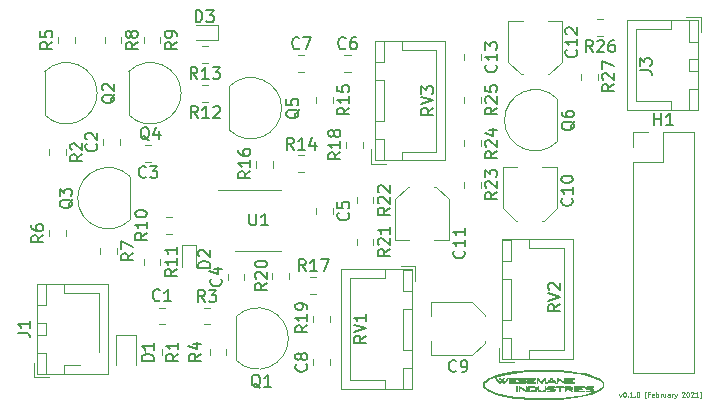
<source format=gbr>
G04 #@! TF.GenerationSoftware,KiCad,Pcbnew,5.1.9-73d0e3b20d~88~ubuntu20.04.1*
G04 #@! TF.CreationDate,2021-02-25T16:20:24+01:00*
G04 #@! TF.ProjectId,kick,6b69636b-2e6b-4696-9361-645f70636258,rev?*
G04 #@! TF.SameCoordinates,Original*
G04 #@! TF.FileFunction,Legend,Top*
G04 #@! TF.FilePolarity,Positive*
%FSLAX46Y46*%
G04 Gerber Fmt 4.6, Leading zero omitted, Abs format (unit mm)*
G04 Created by KiCad (PCBNEW 5.1.9-73d0e3b20d~88~ubuntu20.04.1) date 2021-02-25 16:20:24*
%MOMM*%
%LPD*%
G01*
G04 APERTURE LIST*
%ADD10C,0.080000*%
%ADD11C,0.010000*%
%ADD12C,0.120000*%
%ADD13C,0.150000*%
G04 APERTURE END LIST*
D10*
X159083809Y-117897285D02*
X159179047Y-118163952D01*
X159274285Y-117897285D01*
X159502857Y-117763952D02*
X159540952Y-117763952D01*
X159579047Y-117783000D01*
X159598095Y-117802047D01*
X159617142Y-117840142D01*
X159636190Y-117916333D01*
X159636190Y-118011571D01*
X159617142Y-118087761D01*
X159598095Y-118125857D01*
X159579047Y-118144904D01*
X159540952Y-118163952D01*
X159502857Y-118163952D01*
X159464761Y-118144904D01*
X159445714Y-118125857D01*
X159426666Y-118087761D01*
X159407619Y-118011571D01*
X159407619Y-117916333D01*
X159426666Y-117840142D01*
X159445714Y-117802047D01*
X159464761Y-117783000D01*
X159502857Y-117763952D01*
X159807619Y-118125857D02*
X159826666Y-118144904D01*
X159807619Y-118163952D01*
X159788571Y-118144904D01*
X159807619Y-118125857D01*
X159807619Y-118163952D01*
X160207619Y-118163952D02*
X159979047Y-118163952D01*
X160093333Y-118163952D02*
X160093333Y-117763952D01*
X160055238Y-117821095D01*
X160017142Y-117859190D01*
X159979047Y-117878238D01*
X160379047Y-118125857D02*
X160398095Y-118144904D01*
X160379047Y-118163952D01*
X160360000Y-118144904D01*
X160379047Y-118125857D01*
X160379047Y-118163952D01*
X160645714Y-117763952D02*
X160683809Y-117763952D01*
X160721904Y-117783000D01*
X160740952Y-117802047D01*
X160760000Y-117840142D01*
X160779047Y-117916333D01*
X160779047Y-118011571D01*
X160760000Y-118087761D01*
X160740952Y-118125857D01*
X160721904Y-118144904D01*
X160683809Y-118163952D01*
X160645714Y-118163952D01*
X160607619Y-118144904D01*
X160588571Y-118125857D01*
X160569523Y-118087761D01*
X160550476Y-118011571D01*
X160550476Y-117916333D01*
X160569523Y-117840142D01*
X160588571Y-117802047D01*
X160607619Y-117783000D01*
X160645714Y-117763952D01*
X161369523Y-118297285D02*
X161274285Y-118297285D01*
X161274285Y-117725857D01*
X161369523Y-117725857D01*
X161655238Y-117954428D02*
X161521904Y-117954428D01*
X161521904Y-118163952D02*
X161521904Y-117763952D01*
X161712380Y-117763952D01*
X162017142Y-118144904D02*
X161979047Y-118163952D01*
X161902857Y-118163952D01*
X161864761Y-118144904D01*
X161845714Y-118106809D01*
X161845714Y-117954428D01*
X161864761Y-117916333D01*
X161902857Y-117897285D01*
X161979047Y-117897285D01*
X162017142Y-117916333D01*
X162036190Y-117954428D01*
X162036190Y-117992523D01*
X161845714Y-118030619D01*
X162207619Y-118163952D02*
X162207619Y-117763952D01*
X162207619Y-117916333D02*
X162245714Y-117897285D01*
X162321904Y-117897285D01*
X162360000Y-117916333D01*
X162379047Y-117935380D01*
X162398095Y-117973476D01*
X162398095Y-118087761D01*
X162379047Y-118125857D01*
X162360000Y-118144904D01*
X162321904Y-118163952D01*
X162245714Y-118163952D01*
X162207619Y-118144904D01*
X162569523Y-118163952D02*
X162569523Y-117897285D01*
X162569523Y-117973476D02*
X162588571Y-117935380D01*
X162607619Y-117916333D01*
X162645714Y-117897285D01*
X162683809Y-117897285D01*
X162988571Y-117897285D02*
X162988571Y-118163952D01*
X162817142Y-117897285D02*
X162817142Y-118106809D01*
X162836190Y-118144904D01*
X162874285Y-118163952D01*
X162931428Y-118163952D01*
X162969523Y-118144904D01*
X162988571Y-118125857D01*
X163350476Y-118163952D02*
X163350476Y-117954428D01*
X163331428Y-117916333D01*
X163293333Y-117897285D01*
X163217142Y-117897285D01*
X163179047Y-117916333D01*
X163350476Y-118144904D02*
X163312380Y-118163952D01*
X163217142Y-118163952D01*
X163179047Y-118144904D01*
X163160000Y-118106809D01*
X163160000Y-118068714D01*
X163179047Y-118030619D01*
X163217142Y-118011571D01*
X163312380Y-118011571D01*
X163350476Y-117992523D01*
X163540952Y-118163952D02*
X163540952Y-117897285D01*
X163540952Y-117973476D02*
X163560000Y-117935380D01*
X163579047Y-117916333D01*
X163617142Y-117897285D01*
X163655238Y-117897285D01*
X163750476Y-117897285D02*
X163845714Y-118163952D01*
X163940952Y-117897285D02*
X163845714Y-118163952D01*
X163807619Y-118259190D01*
X163788571Y-118278238D01*
X163750476Y-118297285D01*
X164379047Y-117802047D02*
X164398095Y-117783000D01*
X164436190Y-117763952D01*
X164531428Y-117763952D01*
X164569523Y-117783000D01*
X164588571Y-117802047D01*
X164607619Y-117840142D01*
X164607619Y-117878238D01*
X164588571Y-117935380D01*
X164360000Y-118163952D01*
X164607619Y-118163952D01*
X164855238Y-117763952D02*
X164893333Y-117763952D01*
X164931428Y-117783000D01*
X164950476Y-117802047D01*
X164969523Y-117840142D01*
X164988571Y-117916333D01*
X164988571Y-118011571D01*
X164969523Y-118087761D01*
X164950476Y-118125857D01*
X164931428Y-118144904D01*
X164893333Y-118163952D01*
X164855238Y-118163952D01*
X164817142Y-118144904D01*
X164798095Y-118125857D01*
X164779047Y-118087761D01*
X164760000Y-118011571D01*
X164760000Y-117916333D01*
X164779047Y-117840142D01*
X164798095Y-117802047D01*
X164817142Y-117783000D01*
X164855238Y-117763952D01*
X165140952Y-117802047D02*
X165160000Y-117783000D01*
X165198095Y-117763952D01*
X165293333Y-117763952D01*
X165331428Y-117783000D01*
X165350476Y-117802047D01*
X165369523Y-117840142D01*
X165369523Y-117878238D01*
X165350476Y-117935380D01*
X165121904Y-118163952D01*
X165369523Y-118163952D01*
X165750476Y-118163952D02*
X165521904Y-118163952D01*
X165636190Y-118163952D02*
X165636190Y-117763952D01*
X165598095Y-117821095D01*
X165560000Y-117859190D01*
X165521904Y-117878238D01*
X165883809Y-118297285D02*
X165979047Y-118297285D01*
X165979047Y-117725857D01*
X165883809Y-117725857D01*
D11*
G36*
X154918870Y-116566212D02*
G01*
X155069752Y-116571072D01*
X155174411Y-116578554D01*
X155237377Y-116589168D01*
X155263182Y-116603424D01*
X155263886Y-116605050D01*
X155256262Y-116619078D01*
X155218404Y-116628583D01*
X155144287Y-116634209D01*
X155027885Y-116636603D01*
X154967516Y-116636800D01*
X154838331Y-116637292D01*
X154751553Y-116639694D01*
X154698792Y-116645395D01*
X154671659Y-116655783D01*
X154661764Y-116672248D01*
X154660600Y-116687600D01*
X154664617Y-116712300D01*
X154683293Y-116727388D01*
X154726558Y-116735199D01*
X154804348Y-116738073D01*
X154876500Y-116738400D01*
X154984438Y-116740026D01*
X155050500Y-116745947D01*
X155083537Y-116757724D01*
X155092400Y-116776500D01*
X155083182Y-116795547D01*
X155049629Y-116807206D01*
X154982891Y-116813035D01*
X154876500Y-116814600D01*
X154771523Y-116815545D01*
X154707400Y-116819939D01*
X154674200Y-116830119D01*
X154661988Y-116848423D01*
X154660600Y-116865400D01*
X154663573Y-116886782D01*
X154678087Y-116901145D01*
X154712530Y-116909878D01*
X154775294Y-116914369D01*
X154874768Y-116916007D01*
X154967516Y-116916200D01*
X155102706Y-116917470D01*
X155193175Y-116921713D01*
X155244951Y-116929574D01*
X155264060Y-116941698D01*
X155263886Y-116947950D01*
X155241506Y-116962593D01*
X155182414Y-116973544D01*
X155082076Y-116981313D01*
X154935962Y-116986409D01*
X154918870Y-116986787D01*
X154584400Y-116993874D01*
X154584400Y-116559125D01*
X154918870Y-116566212D01*
G37*
X154918870Y-116566212D02*
X155069752Y-116571072D01*
X155174411Y-116578554D01*
X155237377Y-116589168D01*
X155263182Y-116603424D01*
X155263886Y-116605050D01*
X155256262Y-116619078D01*
X155218404Y-116628583D01*
X155144287Y-116634209D01*
X155027885Y-116636603D01*
X154967516Y-116636800D01*
X154838331Y-116637292D01*
X154751553Y-116639694D01*
X154698792Y-116645395D01*
X154671659Y-116655783D01*
X154661764Y-116672248D01*
X154660600Y-116687600D01*
X154664617Y-116712300D01*
X154683293Y-116727388D01*
X154726558Y-116735199D01*
X154804348Y-116738073D01*
X154876500Y-116738400D01*
X154984438Y-116740026D01*
X155050500Y-116745947D01*
X155083537Y-116757724D01*
X155092400Y-116776500D01*
X155083182Y-116795547D01*
X155049629Y-116807206D01*
X154982891Y-116813035D01*
X154876500Y-116814600D01*
X154771523Y-116815545D01*
X154707400Y-116819939D01*
X154674200Y-116830119D01*
X154661988Y-116848423D01*
X154660600Y-116865400D01*
X154663573Y-116886782D01*
X154678087Y-116901145D01*
X154712530Y-116909878D01*
X154775294Y-116914369D01*
X154874768Y-116916007D01*
X154967516Y-116916200D01*
X155102706Y-116917470D01*
X155193175Y-116921713D01*
X155244951Y-116929574D01*
X155264060Y-116941698D01*
X155263886Y-116947950D01*
X155241506Y-116962593D01*
X155182414Y-116973544D01*
X155082076Y-116981313D01*
X154935962Y-116986409D01*
X154918870Y-116986787D01*
X154584400Y-116993874D01*
X154584400Y-116559125D01*
X154918870Y-116566212D01*
G36*
X154438347Y-116569817D02*
G01*
X154450006Y-116603370D01*
X154455835Y-116670108D01*
X154457400Y-116776500D01*
X154456404Y-116881598D01*
X154451906Y-116945806D01*
X154441641Y-116979022D01*
X154423344Y-116991139D01*
X154407972Y-116992400D01*
X154368074Y-116978278D01*
X154297911Y-116940006D01*
X154207998Y-116883727D01*
X154125284Y-116827300D01*
X154030052Y-116761211D01*
X153949432Y-116707719D01*
X153892676Y-116672806D01*
X153869912Y-116662200D01*
X153858651Y-116685367D01*
X153850687Y-116745982D01*
X153847800Y-116827300D01*
X153842779Y-116920137D01*
X153829390Y-116978308D01*
X153810137Y-116996811D01*
X153787530Y-116970639D01*
X153782254Y-116958129D01*
X153776656Y-116916605D01*
X153774676Y-116840873D01*
X153776702Y-116748579D01*
X153784165Y-116654610D01*
X153800683Y-116594811D01*
X153831910Y-116568786D01*
X153883496Y-116576143D01*
X153961095Y-116616487D01*
X154070358Y-116689424D01*
X154120014Y-116724644D01*
X154214019Y-116791026D01*
X154292471Y-116844796D01*
X154346487Y-116879974D01*
X154366740Y-116890800D01*
X154374105Y-116867627D01*
X154379312Y-116806998D01*
X154381200Y-116725700D01*
X154383743Y-116633092D01*
X154392832Y-116581621D01*
X154410653Y-116561808D01*
X154419300Y-116560600D01*
X154438347Y-116569817D01*
G37*
X154438347Y-116569817D02*
X154450006Y-116603370D01*
X154455835Y-116670108D01*
X154457400Y-116776500D01*
X154456404Y-116881598D01*
X154451906Y-116945806D01*
X154441641Y-116979022D01*
X154423344Y-116991139D01*
X154407972Y-116992400D01*
X154368074Y-116978278D01*
X154297911Y-116940006D01*
X154207998Y-116883727D01*
X154125284Y-116827300D01*
X154030052Y-116761211D01*
X153949432Y-116707719D01*
X153892676Y-116672806D01*
X153869912Y-116662200D01*
X153858651Y-116685367D01*
X153850687Y-116745982D01*
X153847800Y-116827300D01*
X153842779Y-116920137D01*
X153829390Y-116978308D01*
X153810137Y-116996811D01*
X153787530Y-116970639D01*
X153782254Y-116958129D01*
X153776656Y-116916605D01*
X153774676Y-116840873D01*
X153776702Y-116748579D01*
X153784165Y-116654610D01*
X153800683Y-116594811D01*
X153831910Y-116568786D01*
X153883496Y-116576143D01*
X153961095Y-116616487D01*
X154070358Y-116689424D01*
X154120014Y-116724644D01*
X154214019Y-116791026D01*
X154292471Y-116844796D01*
X154346487Y-116879974D01*
X154366740Y-116890800D01*
X154374105Y-116867627D01*
X154379312Y-116806998D01*
X154381200Y-116725700D01*
X154383743Y-116633092D01*
X154392832Y-116581621D01*
X154410653Y-116561808D01*
X154419300Y-116560600D01*
X154438347Y-116569817D01*
G36*
X153308763Y-116564735D02*
G01*
X153347683Y-116585366D01*
X153404042Y-116632403D01*
X153470266Y-116697244D01*
X153538780Y-116771283D01*
X153602011Y-116845916D01*
X153652383Y-116912540D01*
X153682323Y-116962548D01*
X153684255Y-116987339D01*
X153681670Y-116988348D01*
X153634694Y-116978406D01*
X153583546Y-116943898D01*
X153549176Y-116917935D01*
X153505362Y-116901991D01*
X153439686Y-116893761D01*
X153339732Y-116890938D01*
X153297649Y-116890800D01*
X153184408Y-116892306D01*
X153110130Y-116898276D01*
X153063031Y-116910884D01*
X153031324Y-116932303D01*
X153022300Y-116941600D01*
X152970345Y-116980216D01*
X152928023Y-116992400D01*
X152895379Y-116986823D01*
X152902415Y-116961212D01*
X152912909Y-116945811D01*
X152944482Y-116906482D01*
X153000425Y-116841283D01*
X153039644Y-116796939D01*
X153162000Y-116796939D01*
X153184974Y-116806612D01*
X153244237Y-116813027D01*
X153301700Y-116814600D01*
X153378213Y-116811204D01*
X153428956Y-116802446D01*
X153441400Y-116793952D01*
X153424638Y-116764635D01*
X153383063Y-116717760D01*
X153370051Y-116704948D01*
X153298703Y-116636592D01*
X153230351Y-116707935D01*
X153186519Y-116757823D01*
X153163176Y-116792451D01*
X153162000Y-116796939D01*
X153039644Y-116796939D01*
X153070755Y-116761763D01*
X153101435Y-116727697D01*
X153188047Y-116637238D01*
X153251130Y-116584272D01*
X153296096Y-116564542D01*
X153308763Y-116564735D01*
G37*
X153308763Y-116564735D02*
X153347683Y-116585366D01*
X153404042Y-116632403D01*
X153470266Y-116697244D01*
X153538780Y-116771283D01*
X153602011Y-116845916D01*
X153652383Y-116912540D01*
X153682323Y-116962548D01*
X153684255Y-116987339D01*
X153681670Y-116988348D01*
X153634694Y-116978406D01*
X153583546Y-116943898D01*
X153549176Y-116917935D01*
X153505362Y-116901991D01*
X153439686Y-116893761D01*
X153339732Y-116890938D01*
X153297649Y-116890800D01*
X153184408Y-116892306D01*
X153110130Y-116898276D01*
X153063031Y-116910884D01*
X153031324Y-116932303D01*
X153022300Y-116941600D01*
X152970345Y-116980216D01*
X152928023Y-116992400D01*
X152895379Y-116986823D01*
X152902415Y-116961212D01*
X152912909Y-116945811D01*
X152944482Y-116906482D01*
X153000425Y-116841283D01*
X153039644Y-116796939D01*
X153162000Y-116796939D01*
X153184974Y-116806612D01*
X153244237Y-116813027D01*
X153301700Y-116814600D01*
X153378213Y-116811204D01*
X153428956Y-116802446D01*
X153441400Y-116793952D01*
X153424638Y-116764635D01*
X153383063Y-116717760D01*
X153370051Y-116704948D01*
X153298703Y-116636592D01*
X153230351Y-116707935D01*
X153186519Y-116757823D01*
X153163176Y-116792451D01*
X153162000Y-116796939D01*
X153039644Y-116796939D01*
X153070755Y-116761763D01*
X153101435Y-116727697D01*
X153188047Y-116637238D01*
X153251130Y-116584272D01*
X153296096Y-116564542D01*
X153308763Y-116564735D01*
G36*
X152176356Y-116571689D02*
G01*
X152224374Y-116609837D01*
X152285707Y-116682360D01*
X152313420Y-116719350D01*
X152370718Y-116795291D01*
X152417159Y-116852938D01*
X152444276Y-116881872D01*
X152446717Y-116883323D01*
X152468489Y-116866810D01*
X152511574Y-116818302D01*
X152567824Y-116747185D01*
X152585905Y-116723037D01*
X152654161Y-116635801D01*
X152704227Y-116585628D01*
X152743678Y-116565801D01*
X152763705Y-116565413D01*
X152791406Y-116573110D01*
X152807930Y-116593637D01*
X152816136Y-116637777D01*
X152818881Y-116716311D01*
X152819100Y-116774383D01*
X152815089Y-116895051D01*
X152803057Y-116965576D01*
X152788549Y-116985650D01*
X152769944Y-116972567D01*
X152757401Y-116916166D01*
X152750449Y-116822666D01*
X152742900Y-116649500D01*
X152615900Y-116819906D01*
X152553152Y-116898445D01*
X152497459Y-116958126D01*
X152458294Y-116989109D01*
X152450800Y-116991356D01*
X152419054Y-116972586D01*
X152367836Y-116921703D01*
X152306536Y-116848401D01*
X152285700Y-116820949D01*
X152158700Y-116649500D01*
X152151189Y-116820950D01*
X152144057Y-116917619D01*
X152131806Y-116971817D01*
X152112300Y-116991783D01*
X152106739Y-116992400D01*
X152088154Y-116982271D01*
X152076782Y-116946181D01*
X152071157Y-116875569D01*
X152069800Y-116776500D01*
X152070381Y-116671951D01*
X152074100Y-116608144D01*
X152083917Y-116575022D01*
X152102793Y-116562526D01*
X152133352Y-116560600D01*
X152176356Y-116571689D01*
G37*
X152176356Y-116571689D02*
X152224374Y-116609837D01*
X152285707Y-116682360D01*
X152313420Y-116719350D01*
X152370718Y-116795291D01*
X152417159Y-116852938D01*
X152444276Y-116881872D01*
X152446717Y-116883323D01*
X152468489Y-116866810D01*
X152511574Y-116818302D01*
X152567824Y-116747185D01*
X152585905Y-116723037D01*
X152654161Y-116635801D01*
X152704227Y-116585628D01*
X152743678Y-116565801D01*
X152763705Y-116565413D01*
X152791406Y-116573110D01*
X152807930Y-116593637D01*
X152816136Y-116637777D01*
X152818881Y-116716311D01*
X152819100Y-116774383D01*
X152815089Y-116895051D01*
X152803057Y-116965576D01*
X152788549Y-116985650D01*
X152769944Y-116972567D01*
X152757401Y-116916166D01*
X152750449Y-116822666D01*
X152742900Y-116649500D01*
X152615900Y-116819906D01*
X152553152Y-116898445D01*
X152497459Y-116958126D01*
X152458294Y-116989109D01*
X152450800Y-116991356D01*
X152419054Y-116972586D01*
X152367836Y-116921703D01*
X152306536Y-116848401D01*
X152285700Y-116820949D01*
X152158700Y-116649500D01*
X152151189Y-116820950D01*
X152144057Y-116917619D01*
X152131806Y-116971817D01*
X152112300Y-116991783D01*
X152106739Y-116992400D01*
X152088154Y-116982271D01*
X152076782Y-116946181D01*
X152071157Y-116875569D01*
X152069800Y-116776500D01*
X152070381Y-116671951D01*
X152074100Y-116608144D01*
X152083917Y-116575022D01*
X152102793Y-116562526D01*
X152133352Y-116560600D01*
X152176356Y-116571689D01*
G36*
X151865650Y-116564944D02*
G01*
X151925353Y-116569537D01*
X151956898Y-116578538D01*
X151967812Y-116592640D01*
X151968200Y-116597156D01*
X151959815Y-116613976D01*
X151929531Y-116625829D01*
X151869652Y-116633880D01*
X151772482Y-116639294D01*
X151669750Y-116642343D01*
X151539373Y-116646534D01*
X151452085Y-116652475D01*
X151400180Y-116661336D01*
X151375949Y-116674285D01*
X151371300Y-116687600D01*
X151381318Y-116706876D01*
X151417033Y-116719750D01*
X151486930Y-116727957D01*
X151593550Y-116733038D01*
X151704756Y-116738527D01*
X151773379Y-116747156D01*
X151807613Y-116760564D01*
X151815800Y-116777488D01*
X151806187Y-116795622D01*
X151771725Y-116806945D01*
X151703978Y-116812816D01*
X151594509Y-116814593D01*
X151585337Y-116814600D01*
X151476094Y-116815565D01*
X151408571Y-116819674D01*
X151373703Y-116828739D01*
X151362426Y-116844577D01*
X151363394Y-116859050D01*
X151372774Y-116878354D01*
X151397869Y-116891689D01*
X151447203Y-116900491D01*
X151529301Y-116906193D01*
X151652687Y-116910230D01*
X151670056Y-116910656D01*
X151800872Y-116914914D01*
X151888458Y-116921001D01*
X151940377Y-116930046D01*
X151964195Y-116943177D01*
X151968200Y-116955106D01*
X151944760Y-116971114D01*
X151881991Y-116983225D01*
X151791217Y-116991388D01*
X151683763Y-116995552D01*
X151570953Y-116995666D01*
X151464113Y-116991680D01*
X151374566Y-116983543D01*
X151313638Y-116971204D01*
X151293054Y-116958129D01*
X151287456Y-116916605D01*
X151285476Y-116840873D01*
X151287502Y-116748579D01*
X151295100Y-116573300D01*
X151631650Y-116566212D01*
X151770258Y-116564066D01*
X151865650Y-116564944D01*
G37*
X151865650Y-116564944D02*
X151925353Y-116569537D01*
X151956898Y-116578538D01*
X151967812Y-116592640D01*
X151968200Y-116597156D01*
X151959815Y-116613976D01*
X151929531Y-116625829D01*
X151869652Y-116633880D01*
X151772482Y-116639294D01*
X151669750Y-116642343D01*
X151539373Y-116646534D01*
X151452085Y-116652475D01*
X151400180Y-116661336D01*
X151375949Y-116674285D01*
X151371300Y-116687600D01*
X151381318Y-116706876D01*
X151417033Y-116719750D01*
X151486930Y-116727957D01*
X151593550Y-116733038D01*
X151704756Y-116738527D01*
X151773379Y-116747156D01*
X151807613Y-116760564D01*
X151815800Y-116777488D01*
X151806187Y-116795622D01*
X151771725Y-116806945D01*
X151703978Y-116812816D01*
X151594509Y-116814593D01*
X151585337Y-116814600D01*
X151476094Y-116815565D01*
X151408571Y-116819674D01*
X151373703Y-116828739D01*
X151362426Y-116844577D01*
X151363394Y-116859050D01*
X151372774Y-116878354D01*
X151397869Y-116891689D01*
X151447203Y-116900491D01*
X151529301Y-116906193D01*
X151652687Y-116910230D01*
X151670056Y-116910656D01*
X151800872Y-116914914D01*
X151888458Y-116921001D01*
X151940377Y-116930046D01*
X151964195Y-116943177D01*
X151968200Y-116955106D01*
X151944760Y-116971114D01*
X151881991Y-116983225D01*
X151791217Y-116991388D01*
X151683763Y-116995552D01*
X151570953Y-116995666D01*
X151464113Y-116991680D01*
X151374566Y-116983543D01*
X151313638Y-116971204D01*
X151293054Y-116958129D01*
X151287456Y-116916605D01*
X151285476Y-116840873D01*
X151287502Y-116748579D01*
X151295100Y-116573300D01*
X151631650Y-116566212D01*
X151770258Y-116564066D01*
X151865650Y-116564944D01*
G36*
X150998282Y-116561715D02*
G01*
X151082015Y-116565751D01*
X151130714Y-116573739D01*
X151152245Y-116586713D01*
X151155400Y-116597868D01*
X151146224Y-116614762D01*
X151113583Y-116626622D01*
X151049805Y-116634641D01*
X150947217Y-116640013D01*
X150869650Y-116642318D01*
X150742418Y-116646655D01*
X150658149Y-116652887D01*
X150609011Y-116662255D01*
X150587170Y-116676001D01*
X150583900Y-116687600D01*
X150593218Y-116705376D01*
X150626375Y-116718279D01*
X150691177Y-116727756D01*
X150795426Y-116735255D01*
X150857955Y-116738400D01*
X150990439Y-116746475D01*
X151079501Y-116757019D01*
X151132503Y-116771287D01*
X151156016Y-116789200D01*
X151178689Y-116852185D01*
X151156977Y-116910780D01*
X151130000Y-116941600D01*
X151101636Y-116964293D01*
X151063879Y-116979098D01*
X151006191Y-116987637D01*
X150918036Y-116991529D01*
X150799800Y-116992400D01*
X150674272Y-116991258D01*
X150591596Y-116987129D01*
X150543858Y-116978958D01*
X150523147Y-116965689D01*
X150520400Y-116955131D01*
X150529575Y-116938237D01*
X150562216Y-116926377D01*
X150625994Y-116918358D01*
X150728582Y-116912986D01*
X150806150Y-116910681D01*
X150933381Y-116906344D01*
X151017650Y-116900112D01*
X151066788Y-116890744D01*
X151088629Y-116876998D01*
X151091900Y-116865400D01*
X151082581Y-116847623D01*
X151049424Y-116834720D01*
X150984622Y-116825243D01*
X150880373Y-116817744D01*
X150817844Y-116814600D01*
X150683744Y-116806391D01*
X150592478Y-116794296D01*
X150536083Y-116775119D01*
X150506599Y-116745664D01*
X150496063Y-116702735D01*
X150495388Y-116685186D01*
X150505437Y-116635209D01*
X150540812Y-116599808D01*
X150607687Y-116576937D01*
X150712235Y-116564553D01*
X150860631Y-116560612D01*
X150871650Y-116560600D01*
X150998282Y-116561715D01*
G37*
X150998282Y-116561715D02*
X151082015Y-116565751D01*
X151130714Y-116573739D01*
X151152245Y-116586713D01*
X151155400Y-116597868D01*
X151146224Y-116614762D01*
X151113583Y-116626622D01*
X151049805Y-116634641D01*
X150947217Y-116640013D01*
X150869650Y-116642318D01*
X150742418Y-116646655D01*
X150658149Y-116652887D01*
X150609011Y-116662255D01*
X150587170Y-116676001D01*
X150583900Y-116687600D01*
X150593218Y-116705376D01*
X150626375Y-116718279D01*
X150691177Y-116727756D01*
X150795426Y-116735255D01*
X150857955Y-116738400D01*
X150990439Y-116746475D01*
X151079501Y-116757019D01*
X151132503Y-116771287D01*
X151156016Y-116789200D01*
X151178689Y-116852185D01*
X151156977Y-116910780D01*
X151130000Y-116941600D01*
X151101636Y-116964293D01*
X151063879Y-116979098D01*
X151006191Y-116987637D01*
X150918036Y-116991529D01*
X150799800Y-116992400D01*
X150674272Y-116991258D01*
X150591596Y-116987129D01*
X150543858Y-116978958D01*
X150523147Y-116965689D01*
X150520400Y-116955131D01*
X150529575Y-116938237D01*
X150562216Y-116926377D01*
X150625994Y-116918358D01*
X150728582Y-116912986D01*
X150806150Y-116910681D01*
X150933381Y-116906344D01*
X151017650Y-116900112D01*
X151066788Y-116890744D01*
X151088629Y-116876998D01*
X151091900Y-116865400D01*
X151082581Y-116847623D01*
X151049424Y-116834720D01*
X150984622Y-116825243D01*
X150880373Y-116817744D01*
X150817844Y-116814600D01*
X150683744Y-116806391D01*
X150592478Y-116794296D01*
X150536083Y-116775119D01*
X150506599Y-116745664D01*
X150496063Y-116702735D01*
X150495388Y-116685186D01*
X150505437Y-116635209D01*
X150540812Y-116599808D01*
X150607687Y-116576937D01*
X150712235Y-116564553D01*
X150860631Y-116560612D01*
X150871650Y-116560600D01*
X150998282Y-116561715D01*
G36*
X150290231Y-116564833D02*
G01*
X150349817Y-116569314D01*
X150381477Y-116578199D01*
X150392819Y-116592206D01*
X150393400Y-116597962D01*
X150386056Y-116614969D01*
X150358687Y-116626290D01*
X150303285Y-116632988D01*
X150211843Y-116636130D01*
X150101300Y-116636800D01*
X149975796Y-116637338D01*
X149892494Y-116639951D01*
X149842801Y-116646132D01*
X149818121Y-116657377D01*
X149809860Y-116675180D01*
X149809200Y-116687600D01*
X149813217Y-116712300D01*
X149831893Y-116727388D01*
X149875158Y-116735199D01*
X149952948Y-116738073D01*
X150025100Y-116738400D01*
X150133038Y-116740026D01*
X150199100Y-116745947D01*
X150232137Y-116757724D01*
X150241000Y-116776500D01*
X150231782Y-116795547D01*
X150198229Y-116807206D01*
X150131491Y-116813035D01*
X150025100Y-116814600D01*
X149920123Y-116815545D01*
X149856000Y-116819939D01*
X149822800Y-116830119D01*
X149810588Y-116848423D01*
X149809200Y-116865400D01*
X149812297Y-116887226D01*
X149827321Y-116901713D01*
X149862864Y-116910356D01*
X149927521Y-116914648D01*
X150029887Y-116916085D01*
X150101300Y-116916200D01*
X150229569Y-116917217D01*
X150314975Y-116920959D01*
X150365426Y-116928455D01*
X150388831Y-116940738D01*
X150393400Y-116954300D01*
X150386049Y-116970151D01*
X150358992Y-116981021D01*
X150304723Y-116987774D01*
X150215736Y-116991274D01*
X150084523Y-116992385D01*
X150062402Y-116992400D01*
X149918740Y-116991135D01*
X149819107Y-116986896D01*
X149756786Y-116979013D01*
X149725059Y-116966817D01*
X149718254Y-116958129D01*
X149712656Y-116916605D01*
X149710676Y-116840873D01*
X149712702Y-116748579D01*
X149720300Y-116573300D01*
X150056850Y-116566212D01*
X150195111Y-116564038D01*
X150290231Y-116564833D01*
G37*
X150290231Y-116564833D02*
X150349817Y-116569314D01*
X150381477Y-116578199D01*
X150392819Y-116592206D01*
X150393400Y-116597962D01*
X150386056Y-116614969D01*
X150358687Y-116626290D01*
X150303285Y-116632988D01*
X150211843Y-116636130D01*
X150101300Y-116636800D01*
X149975796Y-116637338D01*
X149892494Y-116639951D01*
X149842801Y-116646132D01*
X149818121Y-116657377D01*
X149809860Y-116675180D01*
X149809200Y-116687600D01*
X149813217Y-116712300D01*
X149831893Y-116727388D01*
X149875158Y-116735199D01*
X149952948Y-116738073D01*
X150025100Y-116738400D01*
X150133038Y-116740026D01*
X150199100Y-116745947D01*
X150232137Y-116757724D01*
X150241000Y-116776500D01*
X150231782Y-116795547D01*
X150198229Y-116807206D01*
X150131491Y-116813035D01*
X150025100Y-116814600D01*
X149920123Y-116815545D01*
X149856000Y-116819939D01*
X149822800Y-116830119D01*
X149810588Y-116848423D01*
X149809200Y-116865400D01*
X149812297Y-116887226D01*
X149827321Y-116901713D01*
X149862864Y-116910356D01*
X149927521Y-116914648D01*
X150029887Y-116916085D01*
X150101300Y-116916200D01*
X150229569Y-116917217D01*
X150314975Y-116920959D01*
X150365426Y-116928455D01*
X150388831Y-116940738D01*
X150393400Y-116954300D01*
X150386049Y-116970151D01*
X150358992Y-116981021D01*
X150304723Y-116987774D01*
X150215736Y-116991274D01*
X150084523Y-116992385D01*
X150062402Y-116992400D01*
X149918740Y-116991135D01*
X149819107Y-116986896D01*
X149756786Y-116979013D01*
X149725059Y-116966817D01*
X149718254Y-116958129D01*
X149712656Y-116916605D01*
X149710676Y-116840873D01*
X149712702Y-116748579D01*
X149720300Y-116573300D01*
X150056850Y-116566212D01*
X150195111Y-116564038D01*
X150290231Y-116564833D01*
G36*
X149291327Y-116565153D02*
G01*
X149296130Y-116584767D01*
X149270517Y-116628375D01*
X149237700Y-116672642D01*
X149191092Y-116740242D01*
X149178221Y-116786165D01*
X149198206Y-116825910D01*
X149227344Y-116854821D01*
X149250799Y-116875434D01*
X149270888Y-116884483D01*
X149294104Y-116876913D01*
X149326944Y-116847669D01*
X149375902Y-116791695D01*
X149447473Y-116703937D01*
X149491800Y-116648999D01*
X149556507Y-116584065D01*
X149608904Y-116563163D01*
X149614752Y-116563884D01*
X149630658Y-116574404D01*
X149625823Y-116600086D01*
X149596648Y-116647290D01*
X149539533Y-116722380D01*
X149490856Y-116782850D01*
X149410561Y-116876281D01*
X149341830Y-116946287D01*
X149291780Y-116985979D01*
X149274384Y-116992400D01*
X149230709Y-116973033D01*
X149181182Y-116925182D01*
X149171526Y-116912445D01*
X149114594Y-116832491D01*
X149043155Y-116912445D01*
X148989965Y-116962510D01*
X148943957Y-116990359D01*
X148933582Y-116992400D01*
X148901995Y-116973808D01*
X148847989Y-116923790D01*
X148780383Y-116850983D01*
X148736374Y-116799243D01*
X148654886Y-116699464D01*
X148602772Y-116632170D01*
X148576665Y-116591004D01*
X148573202Y-116569606D01*
X148589018Y-116561617D01*
X148610092Y-116560600D01*
X148654052Y-116582309D01*
X148718675Y-116645088D01*
X148794988Y-116738400D01*
X148855879Y-116817662D01*
X148903993Y-116878726D01*
X148932043Y-116912415D01*
X148936149Y-116916200D01*
X148953198Y-116897817D01*
X148987365Y-116852615D01*
X148994270Y-116842989D01*
X149046401Y-116769779D01*
X148968204Y-116671539D01*
X148923852Y-116612635D01*
X148909987Y-116581349D01*
X148923453Y-116567242D01*
X148935702Y-116564086D01*
X148984156Y-116576577D01*
X149039729Y-116622758D01*
X149042989Y-116626478D01*
X149104581Y-116698084D01*
X149159395Y-116629342D01*
X149208560Y-116582441D01*
X149254477Y-116560772D01*
X149257704Y-116560600D01*
X149291327Y-116565153D01*
G37*
X149291327Y-116565153D02*
X149296130Y-116584767D01*
X149270517Y-116628375D01*
X149237700Y-116672642D01*
X149191092Y-116740242D01*
X149178221Y-116786165D01*
X149198206Y-116825910D01*
X149227344Y-116854821D01*
X149250799Y-116875434D01*
X149270888Y-116884483D01*
X149294104Y-116876913D01*
X149326944Y-116847669D01*
X149375902Y-116791695D01*
X149447473Y-116703937D01*
X149491800Y-116648999D01*
X149556507Y-116584065D01*
X149608904Y-116563163D01*
X149614752Y-116563884D01*
X149630658Y-116574404D01*
X149625823Y-116600086D01*
X149596648Y-116647290D01*
X149539533Y-116722380D01*
X149490856Y-116782850D01*
X149410561Y-116876281D01*
X149341830Y-116946287D01*
X149291780Y-116985979D01*
X149274384Y-116992400D01*
X149230709Y-116973033D01*
X149181182Y-116925182D01*
X149171526Y-116912445D01*
X149114594Y-116832491D01*
X149043155Y-116912445D01*
X148989965Y-116962510D01*
X148943957Y-116990359D01*
X148933582Y-116992400D01*
X148901995Y-116973808D01*
X148847989Y-116923790D01*
X148780383Y-116850983D01*
X148736374Y-116799243D01*
X148654886Y-116699464D01*
X148602772Y-116632170D01*
X148576665Y-116591004D01*
X148573202Y-116569606D01*
X148589018Y-116561617D01*
X148610092Y-116560600D01*
X148654052Y-116582309D01*
X148718675Y-116645088D01*
X148794988Y-116738400D01*
X148855879Y-116817662D01*
X148903993Y-116878726D01*
X148932043Y-116912415D01*
X148936149Y-116916200D01*
X148953198Y-116897817D01*
X148987365Y-116852615D01*
X148994270Y-116842989D01*
X149046401Y-116769779D01*
X148968204Y-116671539D01*
X148923852Y-116612635D01*
X148909987Y-116581349D01*
X148923453Y-116567242D01*
X148935702Y-116564086D01*
X148984156Y-116576577D01*
X149039729Y-116622758D01*
X149042989Y-116626478D01*
X149104581Y-116698084D01*
X149159395Y-116629342D01*
X149208560Y-116582441D01*
X149254477Y-116560772D01*
X149257704Y-116560600D01*
X149291327Y-116565153D01*
G36*
X156708393Y-117272878D02*
G01*
X156793700Y-117276780D01*
X156843833Y-117284507D01*
X156866587Y-117297060D01*
X156870400Y-117309068D01*
X156861224Y-117325962D01*
X156828583Y-117337822D01*
X156764805Y-117345841D01*
X156662217Y-117351213D01*
X156584650Y-117353518D01*
X156457418Y-117357855D01*
X156373149Y-117364087D01*
X156324011Y-117373455D01*
X156302170Y-117387201D01*
X156298900Y-117398800D01*
X156307683Y-117416350D01*
X156339346Y-117428519D01*
X156401853Y-117436631D01*
X156503170Y-117442009D01*
X156571513Y-117444104D01*
X156693586Y-117448197D01*
X156774736Y-117454088D01*
X156824841Y-117463758D01*
X156853780Y-117479187D01*
X156871428Y-117502355D01*
X156872577Y-117504467D01*
X156887720Y-117570195D01*
X156873557Y-117617912D01*
X156859798Y-117643333D01*
X156839850Y-117660371D01*
X156804468Y-117670702D01*
X156744406Y-117676000D01*
X156650421Y-117677940D01*
X156540744Y-117678200D01*
X156406787Y-117676169D01*
X156307654Y-117670400D01*
X156249141Y-117661374D01*
X156235400Y-117652800D01*
X156259604Y-117641131D01*
X156327559Y-117632656D01*
X156432279Y-117628046D01*
X156498989Y-117627400D01*
X156633940Y-117625028D01*
X156724333Y-117617443D01*
X156776210Y-117603938D01*
X156790869Y-117593312D01*
X156807530Y-117564272D01*
X156796571Y-117544694D01*
X156752063Y-117532886D01*
X156668081Y-117527157D01*
X156554318Y-117525800D01*
X156404896Y-117519767D01*
X156300733Y-117500637D01*
X156237616Y-117466860D01*
X156211333Y-117416888D01*
X156210000Y-117399174D01*
X156217696Y-117348544D01*
X156245439Y-117312928D01*
X156300203Y-117289923D01*
X156388967Y-117277129D01*
X156518706Y-117272145D01*
X156580114Y-117271800D01*
X156708393Y-117272878D01*
G37*
X156708393Y-117272878D02*
X156793700Y-117276780D01*
X156843833Y-117284507D01*
X156866587Y-117297060D01*
X156870400Y-117309068D01*
X156861224Y-117325962D01*
X156828583Y-117337822D01*
X156764805Y-117345841D01*
X156662217Y-117351213D01*
X156584650Y-117353518D01*
X156457418Y-117357855D01*
X156373149Y-117364087D01*
X156324011Y-117373455D01*
X156302170Y-117387201D01*
X156298900Y-117398800D01*
X156307683Y-117416350D01*
X156339346Y-117428519D01*
X156401853Y-117436631D01*
X156503170Y-117442009D01*
X156571513Y-117444104D01*
X156693586Y-117448197D01*
X156774736Y-117454088D01*
X156824841Y-117463758D01*
X156853780Y-117479187D01*
X156871428Y-117502355D01*
X156872577Y-117504467D01*
X156887720Y-117570195D01*
X156873557Y-117617912D01*
X156859798Y-117643333D01*
X156839850Y-117660371D01*
X156804468Y-117670702D01*
X156744406Y-117676000D01*
X156650421Y-117677940D01*
X156540744Y-117678200D01*
X156406787Y-117676169D01*
X156307654Y-117670400D01*
X156249141Y-117661374D01*
X156235400Y-117652800D01*
X156259604Y-117641131D01*
X156327559Y-117632656D01*
X156432279Y-117628046D01*
X156498989Y-117627400D01*
X156633940Y-117625028D01*
X156724333Y-117617443D01*
X156776210Y-117603938D01*
X156790869Y-117593312D01*
X156807530Y-117564272D01*
X156796571Y-117544694D01*
X156752063Y-117532886D01*
X156668081Y-117527157D01*
X156554318Y-117525800D01*
X156404896Y-117519767D01*
X156300733Y-117500637D01*
X156237616Y-117466860D01*
X156211333Y-117416888D01*
X156210000Y-117399174D01*
X156217696Y-117348544D01*
X156245439Y-117312928D01*
X156300203Y-117289923D01*
X156388967Y-117277129D01*
X156518706Y-117272145D01*
X156580114Y-117271800D01*
X156708393Y-117272878D01*
G36*
X155905994Y-117272603D02*
G01*
X156003100Y-117275562D01*
X156064211Y-117281498D01*
X156096720Y-117291232D01*
X156108021Y-117305585D01*
X156108400Y-117309900D01*
X156100596Y-117326630D01*
X156071913Y-117337770D01*
X156014442Y-117344351D01*
X155920274Y-117347404D01*
X155816300Y-117348000D01*
X155690796Y-117348538D01*
X155607494Y-117351151D01*
X155557801Y-117357332D01*
X155533121Y-117368577D01*
X155524860Y-117386380D01*
X155524200Y-117398800D01*
X155528217Y-117423500D01*
X155546893Y-117438588D01*
X155590158Y-117446399D01*
X155667948Y-117449273D01*
X155740100Y-117449600D01*
X155848038Y-117451226D01*
X155914100Y-117457147D01*
X155947137Y-117468924D01*
X155956000Y-117487700D01*
X155946782Y-117506747D01*
X155913229Y-117518406D01*
X155846491Y-117524235D01*
X155740100Y-117525800D01*
X155635123Y-117526745D01*
X155571000Y-117531139D01*
X155537800Y-117541319D01*
X155525588Y-117559623D01*
X155524200Y-117576600D01*
X155527297Y-117598426D01*
X155542321Y-117612913D01*
X155577864Y-117621556D01*
X155642521Y-117625848D01*
X155744887Y-117627285D01*
X155816300Y-117627400D01*
X155946271Y-117629517D01*
X156041919Y-117635513D01*
X156097109Y-117644854D01*
X156108400Y-117652800D01*
X156083857Y-117663527D01*
X156013553Y-117671582D01*
X155902477Y-117676593D01*
X155765500Y-117678200D01*
X155422600Y-117678200D01*
X155422600Y-117271800D01*
X155765500Y-117271800D01*
X155905994Y-117272603D01*
G37*
X155905994Y-117272603D02*
X156003100Y-117275562D01*
X156064211Y-117281498D01*
X156096720Y-117291232D01*
X156108021Y-117305585D01*
X156108400Y-117309900D01*
X156100596Y-117326630D01*
X156071913Y-117337770D01*
X156014442Y-117344351D01*
X155920274Y-117347404D01*
X155816300Y-117348000D01*
X155690796Y-117348538D01*
X155607494Y-117351151D01*
X155557801Y-117357332D01*
X155533121Y-117368577D01*
X155524860Y-117386380D01*
X155524200Y-117398800D01*
X155528217Y-117423500D01*
X155546893Y-117438588D01*
X155590158Y-117446399D01*
X155667948Y-117449273D01*
X155740100Y-117449600D01*
X155848038Y-117451226D01*
X155914100Y-117457147D01*
X155947137Y-117468924D01*
X155956000Y-117487700D01*
X155946782Y-117506747D01*
X155913229Y-117518406D01*
X155846491Y-117524235D01*
X155740100Y-117525800D01*
X155635123Y-117526745D01*
X155571000Y-117531139D01*
X155537800Y-117541319D01*
X155525588Y-117559623D01*
X155524200Y-117576600D01*
X155527297Y-117598426D01*
X155542321Y-117612913D01*
X155577864Y-117621556D01*
X155642521Y-117625848D01*
X155744887Y-117627285D01*
X155816300Y-117627400D01*
X155946271Y-117629517D01*
X156041919Y-117635513D01*
X156097109Y-117644854D01*
X156108400Y-117652800D01*
X156083857Y-117663527D01*
X156013553Y-117671582D01*
X155902477Y-117676593D01*
X155765500Y-117678200D01*
X155422600Y-117678200D01*
X155422600Y-117271800D01*
X155765500Y-117271800D01*
X155905994Y-117272603D01*
G36*
X155302448Y-117281370D02*
G01*
X155314180Y-117316096D01*
X155319787Y-117384997D01*
X155321000Y-117475000D01*
X155319205Y-117579260D01*
X155312694Y-117641830D01*
X155299775Y-117671731D01*
X155282900Y-117678200D01*
X155263351Y-117668629D01*
X155251619Y-117633903D01*
X155246012Y-117565002D01*
X155244800Y-117475000D01*
X155246594Y-117370739D01*
X155253105Y-117308169D01*
X155266024Y-117278268D01*
X155282900Y-117271800D01*
X155302448Y-117281370D01*
G37*
X155302448Y-117281370D02*
X155314180Y-117316096D01*
X155319787Y-117384997D01*
X155321000Y-117475000D01*
X155319205Y-117579260D01*
X155312694Y-117641830D01*
X155299775Y-117671731D01*
X155282900Y-117678200D01*
X155263351Y-117668629D01*
X155251619Y-117633903D01*
X155246012Y-117565002D01*
X155244800Y-117475000D01*
X155246594Y-117370739D01*
X155253105Y-117308169D01*
X155266024Y-117278268D01*
X155282900Y-117271800D01*
X155302448Y-117281370D01*
G36*
X154765833Y-117277368D02*
G01*
X154901660Y-117281720D01*
X154995013Y-117288177D01*
X155054213Y-117297925D01*
X155087578Y-117312151D01*
X155099774Y-117325018D01*
X155116072Y-117391589D01*
X155096139Y-117459487D01*
X155047993Y-117507738D01*
X155026808Y-117515894D01*
X154961991Y-117532162D01*
X155031947Y-117605181D01*
X155101904Y-117678200D01*
X155038404Y-117678200D01*
X154974886Y-117658380D01*
X154906663Y-117606863D01*
X154901900Y-117602000D01*
X154853295Y-117557737D01*
X154804019Y-117534862D01*
X154734416Y-117526587D01*
X154681247Y-117525800D01*
X154598550Y-117526893D01*
X154554487Y-117534359D01*
X154536896Y-117554476D01*
X154533610Y-117593521D01*
X154533600Y-117602000D01*
X154522240Y-117662495D01*
X154495500Y-117678200D01*
X154475983Y-117668652D01*
X154464255Y-117634003D01*
X154458634Y-117565242D01*
X154457400Y-117474218D01*
X154457400Y-117398800D01*
X154533600Y-117398800D01*
X154536482Y-117422875D01*
X154551360Y-117437795D01*
X154587577Y-117445272D01*
X154654478Y-117447018D01*
X154761407Y-117444744D01*
X154781250Y-117444169D01*
X154898664Y-117439288D01*
X154973513Y-117431945D01*
X155014022Y-117420632D01*
X155028417Y-117403843D01*
X155028900Y-117398800D01*
X155019577Y-117380462D01*
X154986127Y-117367965D01*
X154920323Y-117359801D01*
X154813940Y-117354464D01*
X154781250Y-117353430D01*
X154667587Y-117350706D01*
X154595338Y-117351747D01*
X154555159Y-117358266D01*
X154537706Y-117371974D01*
X154533634Y-117394583D01*
X154533600Y-117398800D01*
X154457400Y-117398800D01*
X154457400Y-117270236D01*
X154765833Y-117277368D01*
G37*
X154765833Y-117277368D02*
X154901660Y-117281720D01*
X154995013Y-117288177D01*
X155054213Y-117297925D01*
X155087578Y-117312151D01*
X155099774Y-117325018D01*
X155116072Y-117391589D01*
X155096139Y-117459487D01*
X155047993Y-117507738D01*
X155026808Y-117515894D01*
X154961991Y-117532162D01*
X155031947Y-117605181D01*
X155101904Y-117678200D01*
X155038404Y-117678200D01*
X154974886Y-117658380D01*
X154906663Y-117606863D01*
X154901900Y-117602000D01*
X154853295Y-117557737D01*
X154804019Y-117534862D01*
X154734416Y-117526587D01*
X154681247Y-117525800D01*
X154598550Y-117526893D01*
X154554487Y-117534359D01*
X154536896Y-117554476D01*
X154533610Y-117593521D01*
X154533600Y-117602000D01*
X154522240Y-117662495D01*
X154495500Y-117678200D01*
X154475983Y-117668652D01*
X154464255Y-117634003D01*
X154458634Y-117565242D01*
X154457400Y-117474218D01*
X154457400Y-117398800D01*
X154533600Y-117398800D01*
X154536482Y-117422875D01*
X154551360Y-117437795D01*
X154587577Y-117445272D01*
X154654478Y-117447018D01*
X154761407Y-117444744D01*
X154781250Y-117444169D01*
X154898664Y-117439288D01*
X154973513Y-117431945D01*
X155014022Y-117420632D01*
X155028417Y-117403843D01*
X155028900Y-117398800D01*
X155019577Y-117380462D01*
X154986127Y-117367965D01*
X154920323Y-117359801D01*
X154813940Y-117354464D01*
X154781250Y-117353430D01*
X154667587Y-117350706D01*
X154595338Y-117351747D01*
X154555159Y-117358266D01*
X154537706Y-117371974D01*
X154533634Y-117394583D01*
X154533600Y-117398800D01*
X154457400Y-117398800D01*
X154457400Y-117270236D01*
X154765833Y-117277368D01*
G36*
X154169016Y-117272562D02*
G01*
X154268926Y-117275370D01*
X154332608Y-117281003D01*
X154367341Y-117290240D01*
X154380401Y-117303863D01*
X154381200Y-117309900D01*
X154369495Y-117332022D01*
X154328005Y-117343900D01*
X154247162Y-117347924D01*
X154228800Y-117348000D01*
X154076400Y-117348000D01*
X154076400Y-117513100D01*
X154074816Y-117602449D01*
X154067764Y-117652263D01*
X154051788Y-117673768D01*
X154025600Y-117678200D01*
X153998107Y-117673054D01*
X153982780Y-117650133D01*
X153976163Y-117598213D01*
X153974800Y-117513100D01*
X153974800Y-117348000D01*
X153822400Y-117348000D01*
X153733908Y-117345073D01*
X153686397Y-117334701D01*
X153670300Y-117314490D01*
X153670000Y-117309900D01*
X153677118Y-117294533D01*
X153703324Y-117283829D01*
X153755897Y-117277006D01*
X153842115Y-117273284D01*
X153969255Y-117271885D01*
X154025600Y-117271800D01*
X154169016Y-117272562D01*
G37*
X154169016Y-117272562D02*
X154268926Y-117275370D01*
X154332608Y-117281003D01*
X154367341Y-117290240D01*
X154380401Y-117303863D01*
X154381200Y-117309900D01*
X154369495Y-117332022D01*
X154328005Y-117343900D01*
X154247162Y-117347924D01*
X154228800Y-117348000D01*
X154076400Y-117348000D01*
X154076400Y-117513100D01*
X154074816Y-117602449D01*
X154067764Y-117652263D01*
X154051788Y-117673768D01*
X154025600Y-117678200D01*
X153998107Y-117673054D01*
X153982780Y-117650133D01*
X153976163Y-117598213D01*
X153974800Y-117513100D01*
X153974800Y-117348000D01*
X153822400Y-117348000D01*
X153733908Y-117345073D01*
X153686397Y-117334701D01*
X153670300Y-117314490D01*
X153670000Y-117309900D01*
X153677118Y-117294533D01*
X153703324Y-117283829D01*
X153755897Y-117277006D01*
X153842115Y-117273284D01*
X153969255Y-117271885D01*
X154025600Y-117271800D01*
X154169016Y-117272562D01*
G36*
X153431049Y-117272825D02*
G01*
X153516111Y-117276594D01*
X153566250Y-117284145D01*
X153589392Y-117296516D01*
X153593800Y-117309900D01*
X153585819Y-117326954D01*
X153556509Y-117338183D01*
X153497818Y-117344685D01*
X153401694Y-117347558D01*
X153314400Y-117348000D01*
X153192123Y-117348584D01*
X153111861Y-117351402D01*
X153064832Y-117358051D01*
X153042253Y-117370126D01*
X153035343Y-117389225D01*
X153035000Y-117398800D01*
X153038399Y-117421642D01*
X153054639Y-117436381D01*
X153092786Y-117444778D01*
X153161905Y-117448593D01*
X153271060Y-117449585D01*
X153296620Y-117449600D01*
X153431542Y-117451934D01*
X153523523Y-117460762D01*
X153580281Y-117478817D01*
X153609534Y-117508835D01*
X153619001Y-117553550D01*
X153619200Y-117563900D01*
X153613619Y-117609323D01*
X153591906Y-117641035D01*
X153546602Y-117661399D01*
X153470249Y-117672779D01*
X153355389Y-117677537D01*
X153258520Y-117678200D01*
X153132340Y-117676223D01*
X153035369Y-117670711D01*
X152975246Y-117662291D01*
X152958800Y-117653631D01*
X152982674Y-117642892D01*
X153048192Y-117633256D01*
X153146201Y-117625742D01*
X153244245Y-117621881D01*
X153369849Y-117617807D01*
X153453354Y-117612090D01*
X153503462Y-117603203D01*
X153528874Y-117589616D01*
X153538208Y-117570250D01*
X153537382Y-117550024D01*
X153519786Y-117537026D01*
X153476744Y-117529696D01*
X153399581Y-117526475D01*
X153290862Y-117525800D01*
X153170553Y-117524550D01*
X153089834Y-117519568D01*
X153037533Y-117509002D01*
X153002474Y-117491002D01*
X152984200Y-117475000D01*
X152943206Y-117426677D01*
X152939112Y-117386639D01*
X152970178Y-117332210D01*
X152972940Y-117328251D01*
X152993443Y-117303828D01*
X153020765Y-117287676D01*
X153064828Y-117278101D01*
X153135551Y-117273405D01*
X153242854Y-117271893D01*
X153303140Y-117271800D01*
X153431049Y-117272825D01*
G37*
X153431049Y-117272825D02*
X153516111Y-117276594D01*
X153566250Y-117284145D01*
X153589392Y-117296516D01*
X153593800Y-117309900D01*
X153585819Y-117326954D01*
X153556509Y-117338183D01*
X153497818Y-117344685D01*
X153401694Y-117347558D01*
X153314400Y-117348000D01*
X153192123Y-117348584D01*
X153111861Y-117351402D01*
X153064832Y-117358051D01*
X153042253Y-117370126D01*
X153035343Y-117389225D01*
X153035000Y-117398800D01*
X153038399Y-117421642D01*
X153054639Y-117436381D01*
X153092786Y-117444778D01*
X153161905Y-117448593D01*
X153271060Y-117449585D01*
X153296620Y-117449600D01*
X153431542Y-117451934D01*
X153523523Y-117460762D01*
X153580281Y-117478817D01*
X153609534Y-117508835D01*
X153619001Y-117553550D01*
X153619200Y-117563900D01*
X153613619Y-117609323D01*
X153591906Y-117641035D01*
X153546602Y-117661399D01*
X153470249Y-117672779D01*
X153355389Y-117677537D01*
X153258520Y-117678200D01*
X153132340Y-117676223D01*
X153035369Y-117670711D01*
X152975246Y-117662291D01*
X152958800Y-117653631D01*
X152982674Y-117642892D01*
X153048192Y-117633256D01*
X153146201Y-117625742D01*
X153244245Y-117621881D01*
X153369849Y-117617807D01*
X153453354Y-117612090D01*
X153503462Y-117603203D01*
X153528874Y-117589616D01*
X153538208Y-117570250D01*
X153537382Y-117550024D01*
X153519786Y-117537026D01*
X153476744Y-117529696D01*
X153399581Y-117526475D01*
X153290862Y-117525800D01*
X153170553Y-117524550D01*
X153089834Y-117519568D01*
X153037533Y-117509002D01*
X153002474Y-117491002D01*
X152984200Y-117475000D01*
X152943206Y-117426677D01*
X152939112Y-117386639D01*
X152970178Y-117332210D01*
X152972940Y-117328251D01*
X152993443Y-117303828D01*
X153020765Y-117287676D01*
X153064828Y-117278101D01*
X153135551Y-117273405D01*
X153242854Y-117271893D01*
X153303140Y-117271800D01*
X153431049Y-117272825D01*
G36*
X152814659Y-117282470D02*
G01*
X152826522Y-117320749D01*
X152831361Y-117396037D01*
X152831800Y-117444520D01*
X152827344Y-117543177D01*
X152815359Y-117616362D01*
X152801319Y-117647720D01*
X152757604Y-117663578D01*
X152664625Y-117673725D01*
X152523610Y-117678043D01*
X152484713Y-117678200D01*
X152359036Y-117677384D01*
X152274659Y-117673944D01*
X152222094Y-117666386D01*
X152191856Y-117653219D01*
X152174455Y-117632951D01*
X152172293Y-117629069D01*
X152158045Y-117577698D01*
X152148497Y-117495877D01*
X152146000Y-117425869D01*
X152148870Y-117336829D01*
X152159056Y-117288789D01*
X152178923Y-117272188D01*
X152184100Y-117271800D01*
X152206550Y-117283817D01*
X152218416Y-117326259D01*
X152222174Y-117408708D01*
X152222200Y-117419120D01*
X152227180Y-117504555D01*
X152240035Y-117570919D01*
X152252680Y-117596920D01*
X152290845Y-117610628D01*
X152364427Y-117620700D01*
X152458140Y-117626636D01*
X152556697Y-117627940D01*
X152644812Y-117624114D01*
X152707200Y-117614660D01*
X152715422Y-117611982D01*
X152738699Y-117590037D01*
X152751290Y-117539858D01*
X152755537Y-117451080D01*
X152755600Y-117434182D01*
X152758217Y-117342445D01*
X152767557Y-117291808D01*
X152785848Y-117272770D01*
X152793700Y-117271800D01*
X152814659Y-117282470D01*
G37*
X152814659Y-117282470D02*
X152826522Y-117320749D01*
X152831361Y-117396037D01*
X152831800Y-117444520D01*
X152827344Y-117543177D01*
X152815359Y-117616362D01*
X152801319Y-117647720D01*
X152757604Y-117663578D01*
X152664625Y-117673725D01*
X152523610Y-117678043D01*
X152484713Y-117678200D01*
X152359036Y-117677384D01*
X152274659Y-117673944D01*
X152222094Y-117666386D01*
X152191856Y-117653219D01*
X152174455Y-117632951D01*
X152172293Y-117629069D01*
X152158045Y-117577698D01*
X152148497Y-117495877D01*
X152146000Y-117425869D01*
X152148870Y-117336829D01*
X152159056Y-117288789D01*
X152178923Y-117272188D01*
X152184100Y-117271800D01*
X152206550Y-117283817D01*
X152218416Y-117326259D01*
X152222174Y-117408708D01*
X152222200Y-117419120D01*
X152227180Y-117504555D01*
X152240035Y-117570919D01*
X152252680Y-117596920D01*
X152290845Y-117610628D01*
X152364427Y-117620700D01*
X152458140Y-117626636D01*
X152556697Y-117627940D01*
X152644812Y-117624114D01*
X152707200Y-117614660D01*
X152715422Y-117611982D01*
X152738699Y-117590037D01*
X152751290Y-117539858D01*
X152755537Y-117451080D01*
X152755600Y-117434182D01*
X152758217Y-117342445D01*
X152767557Y-117291808D01*
X152785848Y-117272770D01*
X152793700Y-117271800D01*
X152814659Y-117282470D01*
G36*
X151799768Y-117273408D02*
G01*
X151895959Y-117278769D01*
X151956288Y-117288686D01*
X151988181Y-117303963D01*
X151991759Y-117307682D01*
X152008112Y-117355415D01*
X152014991Y-117440284D01*
X152013919Y-117504532D01*
X152006300Y-117665500D01*
X151682450Y-117672608D01*
X151358600Y-117679717D01*
X151358600Y-117348000D01*
X151434800Y-117348000D01*
X151434800Y-117629239D01*
X151682450Y-117621969D01*
X151930100Y-117614700D01*
X151945454Y-117348000D01*
X151434800Y-117348000D01*
X151358600Y-117348000D01*
X151358600Y-117271800D01*
X151660289Y-117271800D01*
X151799768Y-117273408D01*
G37*
X151799768Y-117273408D02*
X151895959Y-117278769D01*
X151956288Y-117288686D01*
X151988181Y-117303963D01*
X151991759Y-117307682D01*
X152008112Y-117355415D01*
X152014991Y-117440284D01*
X152013919Y-117504532D01*
X152006300Y-117665500D01*
X151682450Y-117672608D01*
X151358600Y-117679717D01*
X151358600Y-117348000D01*
X151434800Y-117348000D01*
X151434800Y-117629239D01*
X151682450Y-117621969D01*
X151930100Y-117614700D01*
X151945454Y-117348000D01*
X151434800Y-117348000D01*
X151358600Y-117348000D01*
X151358600Y-117271800D01*
X151660289Y-117271800D01*
X151799768Y-117273408D01*
G36*
X151213048Y-117281370D02*
G01*
X151224780Y-117316096D01*
X151230387Y-117384997D01*
X151231600Y-117475000D01*
X151230966Y-117575767D01*
X151226846Y-117636103D01*
X151215908Y-117666375D01*
X151194821Y-117676951D01*
X151166319Y-117678200D01*
X151114713Y-117662983D01*
X151031771Y-117620320D01*
X150925671Y-117554692D01*
X150861519Y-117511205D01*
X150622000Y-117344210D01*
X150622000Y-117511205D01*
X150619506Y-117604415D01*
X150610585Y-117656465D01*
X150593080Y-117676812D01*
X150583900Y-117678200D01*
X150564351Y-117668629D01*
X150552619Y-117633903D01*
X150547012Y-117565002D01*
X150545800Y-117475000D01*
X150546471Y-117374222D01*
X150550652Y-117313879D01*
X150561593Y-117283605D01*
X150582542Y-117273035D01*
X150609505Y-117271800D01*
X150660229Y-117287300D01*
X150741423Y-117330600D01*
X150844597Y-117396898D01*
X150901400Y-117436900D01*
X150994203Y-117503253D01*
X151071282Y-117556874D01*
X151123784Y-117591700D01*
X151142494Y-117602000D01*
X151149067Y-117578826D01*
X151153715Y-117518195D01*
X151155400Y-117436900D01*
X151157943Y-117344292D01*
X151167032Y-117292821D01*
X151184853Y-117273008D01*
X151193500Y-117271800D01*
X151213048Y-117281370D01*
G37*
X151213048Y-117281370D02*
X151224780Y-117316096D01*
X151230387Y-117384997D01*
X151231600Y-117475000D01*
X151230966Y-117575767D01*
X151226846Y-117636103D01*
X151215908Y-117666375D01*
X151194821Y-117676951D01*
X151166319Y-117678200D01*
X151114713Y-117662983D01*
X151031771Y-117620320D01*
X150925671Y-117554692D01*
X150861519Y-117511205D01*
X150622000Y-117344210D01*
X150622000Y-117511205D01*
X150619506Y-117604415D01*
X150610585Y-117656465D01*
X150593080Y-117676812D01*
X150583900Y-117678200D01*
X150564351Y-117668629D01*
X150552619Y-117633903D01*
X150547012Y-117565002D01*
X150545800Y-117475000D01*
X150546471Y-117374222D01*
X150550652Y-117313879D01*
X150561593Y-117283605D01*
X150582542Y-117273035D01*
X150609505Y-117271800D01*
X150660229Y-117287300D01*
X150741423Y-117330600D01*
X150844597Y-117396898D01*
X150901400Y-117436900D01*
X150994203Y-117503253D01*
X151071282Y-117556874D01*
X151123784Y-117591700D01*
X151142494Y-117602000D01*
X151149067Y-117578826D01*
X151153715Y-117518195D01*
X151155400Y-117436900D01*
X151157943Y-117344292D01*
X151167032Y-117292821D01*
X151184853Y-117273008D01*
X151193500Y-117271800D01*
X151213048Y-117281370D01*
G36*
X150418710Y-117276042D02*
G01*
X150433880Y-117295581D01*
X150441462Y-117340636D01*
X150444013Y-117421424D01*
X150444200Y-117475000D01*
X150443139Y-117576242D01*
X150438254Y-117636920D01*
X150426990Y-117667250D01*
X150406793Y-117677452D01*
X150393400Y-117678200D01*
X150368089Y-117673957D01*
X150352919Y-117654418D01*
X150345337Y-117609363D01*
X150342786Y-117528575D01*
X150342600Y-117475000D01*
X150343660Y-117373757D01*
X150348545Y-117313079D01*
X150359809Y-117282749D01*
X150380006Y-117272547D01*
X150393400Y-117271800D01*
X150418710Y-117276042D01*
G37*
X150418710Y-117276042D02*
X150433880Y-117295581D01*
X150441462Y-117340636D01*
X150444013Y-117421424D01*
X150444200Y-117475000D01*
X150443139Y-117576242D01*
X150438254Y-117636920D01*
X150426990Y-117667250D01*
X150406793Y-117677452D01*
X150393400Y-117678200D01*
X150368089Y-117673957D01*
X150352919Y-117654418D01*
X150345337Y-117609363D01*
X150342786Y-117528575D01*
X150342600Y-117475000D01*
X150343660Y-117373757D01*
X150348545Y-117313079D01*
X150359809Y-117282749D01*
X150380006Y-117272547D01*
X150393400Y-117271800D01*
X150418710Y-117276042D01*
G36*
X152951815Y-115888844D02*
G01*
X153231438Y-115890011D01*
X153474671Y-115892553D01*
X153688716Y-115896766D01*
X153880773Y-115902945D01*
X154058046Y-115911385D01*
X154227735Y-115922381D01*
X154397043Y-115936230D01*
X154573171Y-115953226D01*
X154763321Y-115973664D01*
X154800300Y-115977811D01*
X155254225Y-116035899D01*
X155679198Y-116104232D01*
X156072519Y-116182017D01*
X156431485Y-116268460D01*
X156753398Y-116362767D01*
X157035558Y-116464143D01*
X157275262Y-116571796D01*
X157469813Y-116684931D01*
X157616508Y-116802754D01*
X157620871Y-116807081D01*
X157734000Y-116920210D01*
X157734000Y-117313242D01*
X157621354Y-117425871D01*
X157504134Y-117529248D01*
X157368199Y-117620871D01*
X157203542Y-117706517D01*
X157000159Y-117791964D01*
X156962299Y-117806401D01*
X156602661Y-117926195D01*
X156194640Y-118032857D01*
X155738964Y-118126255D01*
X155236359Y-118206257D01*
X154687550Y-118272733D01*
X154093264Y-118325551D01*
X154089100Y-118325861D01*
X153930567Y-118335256D01*
X153732173Y-118343227D01*
X153502066Y-118349743D01*
X153248392Y-118354771D01*
X152979300Y-118358280D01*
X152702936Y-118360238D01*
X152427449Y-118360614D01*
X152160986Y-118359376D01*
X151911694Y-118356493D01*
X151687720Y-118351934D01*
X151497213Y-118345665D01*
X151348320Y-118337657D01*
X151333200Y-118336544D01*
X151071723Y-118315653D01*
X150826649Y-118294317D01*
X150606420Y-118273343D01*
X150419477Y-118253536D01*
X150274260Y-118235704D01*
X150266400Y-118234623D01*
X149778544Y-118160253D01*
X149340324Y-118079211D01*
X148950982Y-117991264D01*
X148609763Y-117896176D01*
X148315911Y-117793712D01*
X148068670Y-117683637D01*
X147867284Y-117565717D01*
X147711889Y-117440581D01*
X147574000Y-117307024D01*
X147574000Y-117132723D01*
X147625095Y-117132723D01*
X147652290Y-117248215D01*
X147729839Y-117360688D01*
X147833509Y-117451241D01*
X148038954Y-117578742D01*
X148293217Y-117697486D01*
X148595025Y-117807181D01*
X148943108Y-117907536D01*
X149336192Y-117998258D01*
X149773006Y-118079054D01*
X150252278Y-118149634D01*
X150772736Y-118209704D01*
X151333107Y-118258972D01*
X151358600Y-118260883D01*
X151500456Y-118268804D01*
X151684792Y-118275046D01*
X151903315Y-118279640D01*
X152147734Y-118282615D01*
X152409756Y-118284003D01*
X152681090Y-118283833D01*
X152953443Y-118282137D01*
X153218523Y-118278944D01*
X153468040Y-118274284D01*
X153693700Y-118268190D01*
X153887211Y-118260689D01*
X154040283Y-118251814D01*
X154051000Y-118251010D01*
X154429831Y-118219426D01*
X154770106Y-118185407D01*
X155084060Y-118147488D01*
X155383926Y-118104201D01*
X155655857Y-118058737D01*
X156079281Y-117975421D01*
X156455407Y-117884262D01*
X156783681Y-117785459D01*
X157063547Y-117679210D01*
X157294451Y-117565713D01*
X157475840Y-117445167D01*
X157548166Y-117381950D01*
X157618115Y-117311625D01*
X157658539Y-117260214D01*
X157677477Y-117212432D01*
X157682967Y-117152993D01*
X157683200Y-117125176D01*
X157669475Y-117023675D01*
X157625362Y-116931315D01*
X157546446Y-116843616D01*
X157428316Y-116756095D01*
X157266560Y-116664274D01*
X157193095Y-116627497D01*
X156990172Y-116535959D01*
X156772726Y-116452675D01*
X156536540Y-116376756D01*
X156277398Y-116307311D01*
X155991083Y-116243450D01*
X155673378Y-116184282D01*
X155320067Y-116128918D01*
X154926933Y-116076466D01*
X154489759Y-116026038D01*
X154203400Y-115996264D01*
X154087459Y-115987711D01*
X153927744Y-115980449D01*
X153731264Y-115974476D01*
X153505027Y-115969791D01*
X153256042Y-115966392D01*
X152991318Y-115964277D01*
X152717865Y-115963445D01*
X152442690Y-115963893D01*
X152172804Y-115965620D01*
X151915214Y-115968624D01*
X151676930Y-115972903D01*
X151464962Y-115978456D01*
X151286317Y-115985280D01*
X151148004Y-115993374D01*
X151104600Y-115997057D01*
X150547054Y-116056837D01*
X150039133Y-116123832D01*
X149580156Y-116198209D01*
X149169440Y-116280131D01*
X148806301Y-116369765D01*
X148490058Y-116467276D01*
X148220027Y-116572828D01*
X147995527Y-116686587D01*
X147845321Y-116785815D01*
X147721642Y-116899755D01*
X147648223Y-117015981D01*
X147625095Y-117132723D01*
X147574000Y-117132723D01*
X147574000Y-116931775D01*
X147711969Y-116798141D01*
X147866900Y-116675219D01*
X148070569Y-116558564D01*
X148321246Y-116448638D01*
X148617203Y-116345905D01*
X148956710Y-116250826D01*
X149338037Y-116163866D01*
X149759456Y-116085487D01*
X150219236Y-116016152D01*
X150715650Y-115956323D01*
X150942725Y-115933369D01*
X151071990Y-115922207D01*
X151208841Y-115912959D01*
X151359179Y-115905469D01*
X151528904Y-115899579D01*
X151723917Y-115895135D01*
X151950119Y-115891980D01*
X152213411Y-115889957D01*
X152519694Y-115888912D01*
X152628600Y-115888757D01*
X152951815Y-115888844D01*
G37*
X152951815Y-115888844D02*
X153231438Y-115890011D01*
X153474671Y-115892553D01*
X153688716Y-115896766D01*
X153880773Y-115902945D01*
X154058046Y-115911385D01*
X154227735Y-115922381D01*
X154397043Y-115936230D01*
X154573171Y-115953226D01*
X154763321Y-115973664D01*
X154800300Y-115977811D01*
X155254225Y-116035899D01*
X155679198Y-116104232D01*
X156072519Y-116182017D01*
X156431485Y-116268460D01*
X156753398Y-116362767D01*
X157035558Y-116464143D01*
X157275262Y-116571796D01*
X157469813Y-116684931D01*
X157616508Y-116802754D01*
X157620871Y-116807081D01*
X157734000Y-116920210D01*
X157734000Y-117313242D01*
X157621354Y-117425871D01*
X157504134Y-117529248D01*
X157368199Y-117620871D01*
X157203542Y-117706517D01*
X157000159Y-117791964D01*
X156962299Y-117806401D01*
X156602661Y-117926195D01*
X156194640Y-118032857D01*
X155738964Y-118126255D01*
X155236359Y-118206257D01*
X154687550Y-118272733D01*
X154093264Y-118325551D01*
X154089100Y-118325861D01*
X153930567Y-118335256D01*
X153732173Y-118343227D01*
X153502066Y-118349743D01*
X153248392Y-118354771D01*
X152979300Y-118358280D01*
X152702936Y-118360238D01*
X152427449Y-118360614D01*
X152160986Y-118359376D01*
X151911694Y-118356493D01*
X151687720Y-118351934D01*
X151497213Y-118345665D01*
X151348320Y-118337657D01*
X151333200Y-118336544D01*
X151071723Y-118315653D01*
X150826649Y-118294317D01*
X150606420Y-118273343D01*
X150419477Y-118253536D01*
X150274260Y-118235704D01*
X150266400Y-118234623D01*
X149778544Y-118160253D01*
X149340324Y-118079211D01*
X148950982Y-117991264D01*
X148609763Y-117896176D01*
X148315911Y-117793712D01*
X148068670Y-117683637D01*
X147867284Y-117565717D01*
X147711889Y-117440581D01*
X147574000Y-117307024D01*
X147574000Y-117132723D01*
X147625095Y-117132723D01*
X147652290Y-117248215D01*
X147729839Y-117360688D01*
X147833509Y-117451241D01*
X148038954Y-117578742D01*
X148293217Y-117697486D01*
X148595025Y-117807181D01*
X148943108Y-117907536D01*
X149336192Y-117998258D01*
X149773006Y-118079054D01*
X150252278Y-118149634D01*
X150772736Y-118209704D01*
X151333107Y-118258972D01*
X151358600Y-118260883D01*
X151500456Y-118268804D01*
X151684792Y-118275046D01*
X151903315Y-118279640D01*
X152147734Y-118282615D01*
X152409756Y-118284003D01*
X152681090Y-118283833D01*
X152953443Y-118282137D01*
X153218523Y-118278944D01*
X153468040Y-118274284D01*
X153693700Y-118268190D01*
X153887211Y-118260689D01*
X154040283Y-118251814D01*
X154051000Y-118251010D01*
X154429831Y-118219426D01*
X154770106Y-118185407D01*
X155084060Y-118147488D01*
X155383926Y-118104201D01*
X155655857Y-118058737D01*
X156079281Y-117975421D01*
X156455407Y-117884262D01*
X156783681Y-117785459D01*
X157063547Y-117679210D01*
X157294451Y-117565713D01*
X157475840Y-117445167D01*
X157548166Y-117381950D01*
X157618115Y-117311625D01*
X157658539Y-117260214D01*
X157677477Y-117212432D01*
X157682967Y-117152993D01*
X157683200Y-117125176D01*
X157669475Y-117023675D01*
X157625362Y-116931315D01*
X157546446Y-116843616D01*
X157428316Y-116756095D01*
X157266560Y-116664274D01*
X157193095Y-116627497D01*
X156990172Y-116535959D01*
X156772726Y-116452675D01*
X156536540Y-116376756D01*
X156277398Y-116307311D01*
X155991083Y-116243450D01*
X155673378Y-116184282D01*
X155320067Y-116128918D01*
X154926933Y-116076466D01*
X154489759Y-116026038D01*
X154203400Y-115996264D01*
X154087459Y-115987711D01*
X153927744Y-115980449D01*
X153731264Y-115974476D01*
X153505027Y-115969791D01*
X153256042Y-115966392D01*
X152991318Y-115964277D01*
X152717865Y-115963445D01*
X152442690Y-115963893D01*
X152172804Y-115965620D01*
X151915214Y-115968624D01*
X151676930Y-115972903D01*
X151464962Y-115978456D01*
X151286317Y-115985280D01*
X151148004Y-115993374D01*
X151104600Y-115997057D01*
X150547054Y-116056837D01*
X150039133Y-116123832D01*
X149580156Y-116198209D01*
X149169440Y-116280131D01*
X148806301Y-116369765D01*
X148490058Y-116467276D01*
X148220027Y-116572828D01*
X147995527Y-116686587D01*
X147845321Y-116785815D01*
X147721642Y-116899755D01*
X147648223Y-117015981D01*
X147625095Y-117132723D01*
X147574000Y-117132723D01*
X147574000Y-116931775D01*
X147711969Y-116798141D01*
X147866900Y-116675219D01*
X148070569Y-116558564D01*
X148321246Y-116448638D01*
X148617203Y-116345905D01*
X148956710Y-116250826D01*
X149338037Y-116163866D01*
X149759456Y-116085487D01*
X150219236Y-116016152D01*
X150715650Y-115956323D01*
X150942725Y-115933369D01*
X151071990Y-115922207D01*
X151208841Y-115912959D01*
X151359179Y-115905469D01*
X151528904Y-115899579D01*
X151723917Y-115895135D01*
X151950119Y-115891980D01*
X152213411Y-115889957D01*
X152519694Y-115888912D01*
X152628600Y-115888757D01*
X152951815Y-115888844D01*
D12*
X112216000Y-104056922D02*
X112216000Y-104574078D01*
X110796000Y-104056922D02*
X110796000Y-104574078D01*
X120606078Y-112025500D02*
X120088922Y-112025500D01*
X120606078Y-110605500D02*
X120088922Y-110605500D01*
X116788000Y-96827078D02*
X116788000Y-96309922D01*
X115368000Y-96827078D02*
X115368000Y-96309922D01*
X119433078Y-96826000D02*
X118915922Y-96826000D01*
X119433078Y-98246000D02*
X118915922Y-98246000D01*
X127329000Y-108257078D02*
X127329000Y-107739922D01*
X125909000Y-108257078D02*
X125909000Y-107739922D01*
X134822000Y-102151922D02*
X134822000Y-102669078D01*
X133402000Y-102151922D02*
X133402000Y-102669078D01*
X135806922Y-90626000D02*
X136324078Y-90626000D01*
X135806922Y-89206000D02*
X136324078Y-89206000D01*
X131899922Y-89206000D02*
X132417078Y-89206000D01*
X131899922Y-90626000D02*
X132417078Y-90626000D01*
X133148000Y-115496078D02*
X133148000Y-114978922D01*
X134568000Y-115496078D02*
X134568000Y-114978922D01*
X143179000Y-110135000D02*
X143179000Y-111335000D01*
X143179000Y-114655000D02*
X143179000Y-113455000D01*
X146634563Y-114655000D02*
X143179000Y-114655000D01*
X146634563Y-110135000D02*
X143179000Y-110135000D01*
X147699000Y-111199437D02*
X147699000Y-111335000D01*
X147699000Y-113590563D02*
X147699000Y-113455000D01*
X147699000Y-113590563D02*
X146634563Y-114655000D01*
X147699000Y-111199437D02*
X146634563Y-110135000D01*
X153771000Y-98729000D02*
X152571000Y-98729000D01*
X149251000Y-98729000D02*
X150451000Y-98729000D01*
X149251000Y-102184563D02*
X149251000Y-98729000D01*
X153771000Y-102184563D02*
X153771000Y-98729000D01*
X152706563Y-103249000D02*
X152571000Y-103249000D01*
X150315437Y-103249000D02*
X150451000Y-103249000D01*
X150315437Y-103249000D02*
X149251000Y-102184563D01*
X152706563Y-103249000D02*
X153771000Y-102184563D01*
X141171437Y-100380000D02*
X140107000Y-101444437D01*
X143562563Y-100380000D02*
X144627000Y-101444437D01*
X143562563Y-100380000D02*
X143427000Y-100380000D01*
X141171437Y-100380000D02*
X141307000Y-100380000D01*
X140107000Y-101444437D02*
X140107000Y-104900000D01*
X144627000Y-101444437D02*
X144627000Y-104900000D01*
X144627000Y-104900000D02*
X143427000Y-104900000D01*
X140107000Y-104900000D02*
X141307000Y-104900000D01*
X153151063Y-90842500D02*
X154215500Y-89778063D01*
X150759937Y-90842500D02*
X149695500Y-89778063D01*
X150759937Y-90842500D02*
X150895500Y-90842500D01*
X153151063Y-90842500D02*
X153015500Y-90842500D01*
X154215500Y-89778063D02*
X154215500Y-86322500D01*
X149695500Y-89778063D02*
X149695500Y-86322500D01*
X149695500Y-86322500D02*
X150895500Y-86322500D01*
X154215500Y-86322500D02*
X153015500Y-86322500D01*
X147331500Y-89149422D02*
X147331500Y-89666578D01*
X145911500Y-89149422D02*
X145911500Y-89666578D01*
X118198000Y-112884000D02*
X116498000Y-112884000D01*
X116498000Y-112884000D02*
X116498000Y-115434000D01*
X118198000Y-112884000D02*
X118198000Y-115434000D01*
X123282000Y-105341000D02*
X122082000Y-105341000D01*
X123282000Y-107191000D02*
X123282000Y-105341000D01*
X122082000Y-107191000D02*
X122082000Y-105341000D01*
X123252000Y-86712500D02*
X125102000Y-86712500D01*
X123252000Y-87912500D02*
X125102000Y-87912500D01*
X125102000Y-87912500D02*
X125102000Y-86712500D01*
X160214000Y-116138000D02*
X165414000Y-116138000D01*
X160214000Y-98298000D02*
X160214000Y-116138000D01*
X165414000Y-95698000D02*
X165414000Y-116138000D01*
X160214000Y-98298000D02*
X162814000Y-98298000D01*
X162814000Y-98298000D02*
X162814000Y-95698000D01*
X162814000Y-95698000D02*
X165414000Y-95698000D01*
X160214000Y-97028000D02*
X160214000Y-95698000D01*
X160214000Y-95698000D02*
X161544000Y-95698000D01*
X109808000Y-116225000D02*
X115778000Y-116225000D01*
X115778000Y-116225000D02*
X115778000Y-108605000D01*
X115778000Y-108605000D02*
X109808000Y-108605000D01*
X109808000Y-108605000D02*
X109808000Y-116225000D01*
X109818000Y-112915000D02*
X110568000Y-112915000D01*
X110568000Y-112915000D02*
X110568000Y-111915000D01*
X110568000Y-111915000D02*
X109818000Y-111915000D01*
X109818000Y-111915000D02*
X109818000Y-112915000D01*
X109818000Y-116215000D02*
X110568000Y-116215000D01*
X110568000Y-116215000D02*
X110568000Y-114415000D01*
X110568000Y-114415000D02*
X109818000Y-114415000D01*
X109818000Y-114415000D02*
X109818000Y-116215000D01*
X109818000Y-110415000D02*
X110568000Y-110415000D01*
X110568000Y-110415000D02*
X110568000Y-108615000D01*
X110568000Y-108615000D02*
X109818000Y-108615000D01*
X109818000Y-108615000D02*
X109818000Y-110415000D01*
X112068000Y-116215000D02*
X112068000Y-115465000D01*
X112068000Y-115465000D02*
X113408000Y-115465000D01*
X115018000Y-112415000D02*
X115018000Y-114405000D01*
X112068000Y-108615000D02*
X112068000Y-109365000D01*
X112068000Y-109365000D02*
X115018000Y-109365000D01*
X115018000Y-109365000D02*
X115018000Y-112415000D01*
X109518000Y-115265000D02*
X109518000Y-116515000D01*
X109518000Y-116515000D02*
X110768000Y-116515000D01*
X165718500Y-86276500D02*
X159748500Y-86276500D01*
X159748500Y-86276500D02*
X159748500Y-93896500D01*
X159748500Y-93896500D02*
X165718500Y-93896500D01*
X165718500Y-93896500D02*
X165718500Y-86276500D01*
X165708500Y-89586500D02*
X164958500Y-89586500D01*
X164958500Y-89586500D02*
X164958500Y-90586500D01*
X164958500Y-90586500D02*
X165708500Y-90586500D01*
X165708500Y-90586500D02*
X165708500Y-89586500D01*
X165708500Y-86286500D02*
X164958500Y-86286500D01*
X164958500Y-86286500D02*
X164958500Y-88086500D01*
X164958500Y-88086500D02*
X165708500Y-88086500D01*
X165708500Y-88086500D02*
X165708500Y-86286500D01*
X165708500Y-92086500D02*
X164958500Y-92086500D01*
X164958500Y-92086500D02*
X164958500Y-93886500D01*
X164958500Y-93886500D02*
X165708500Y-93886500D01*
X165708500Y-93886500D02*
X165708500Y-92086500D01*
X163458500Y-86286500D02*
X163458500Y-87036500D01*
X163458500Y-87036500D02*
X160508500Y-87036500D01*
X160508500Y-87036500D02*
X160508500Y-90086500D01*
X163458500Y-93886500D02*
X163458500Y-93136500D01*
X163458500Y-93136500D02*
X160508500Y-93136500D01*
X160508500Y-93136500D02*
X160508500Y-90086500D01*
X166008500Y-87236500D02*
X166008500Y-85986500D01*
X166008500Y-85986500D02*
X164758500Y-85986500D01*
X126610500Y-111420500D02*
X126610500Y-115020500D01*
X126622022Y-115058978D02*
G75*
G03*
X131060500Y-113220500I1838478J1838478D01*
G01*
X126622022Y-111382022D02*
G75*
G02*
X131060500Y-113220500I1838478J-1838478D01*
G01*
X110418000Y-90656000D02*
X110418000Y-94256000D01*
X110429522Y-94294478D02*
G75*
G03*
X114868000Y-92456000I1838478J1838478D01*
G01*
X110429522Y-90617522D02*
G75*
G02*
X114868000Y-92456000I1838478J-1838478D01*
G01*
X117674000Y-103146000D02*
X117674000Y-99546000D01*
X117662478Y-103184478D02*
G75*
G02*
X113224000Y-101346000I-1838478J1838478D01*
G01*
X117662478Y-99507522D02*
G75*
G03*
X113224000Y-101346000I-1838478J-1838478D01*
G01*
X117530000Y-90656000D02*
X117530000Y-94256000D01*
X117541522Y-90617522D02*
G75*
G02*
X121980000Y-92456000I1838478J-1838478D01*
G01*
X117541522Y-94294478D02*
G75*
G03*
X121980000Y-92456000I1838478J1838478D01*
G01*
X126039000Y-91926000D02*
X126039000Y-95526000D01*
X126050522Y-95564478D02*
G75*
G03*
X130489000Y-93726000I1838478J1838478D01*
G01*
X126050522Y-91887522D02*
G75*
G02*
X130489000Y-93726000I1838478J-1838478D01*
G01*
X153805500Y-96542000D02*
X153805500Y-92942000D01*
X153793978Y-96580478D02*
G75*
G02*
X149355500Y-94742000I-1838478J1838478D01*
G01*
X153793978Y-92903522D02*
G75*
G03*
X149355500Y-94742000I-1838478J-1838478D01*
G01*
X118924000Y-114089922D02*
X118924000Y-114607078D01*
X120344000Y-114089922D02*
X120344000Y-114607078D01*
X112216000Y-97198922D02*
X112216000Y-97716078D01*
X110796000Y-97198922D02*
X110796000Y-97716078D01*
X123898922Y-112025500D02*
X124416078Y-112025500D01*
X123898922Y-110605500D02*
X124416078Y-110605500D01*
X125805000Y-114089922D02*
X125805000Y-114607078D01*
X124385000Y-114089922D02*
X124385000Y-114607078D01*
X112978000Y-88191078D02*
X112978000Y-87673922D01*
X111558000Y-88191078D02*
X111558000Y-87673922D01*
X116534000Y-105580922D02*
X116534000Y-106098078D01*
X115114000Y-105580922D02*
X115114000Y-106098078D01*
X115495000Y-87703922D02*
X115495000Y-88221078D01*
X116915000Y-87703922D02*
X116915000Y-88221078D01*
X118797000Y-87703922D02*
X118797000Y-88221078D01*
X120217000Y-87703922D02*
X120217000Y-88221078D01*
X121241078Y-104342000D02*
X120723922Y-104342000D01*
X121241078Y-102922000D02*
X120723922Y-102922000D01*
X118797000Y-106469922D02*
X118797000Y-106987078D01*
X120217000Y-106469922D02*
X120217000Y-106987078D01*
X124289078Y-93166000D02*
X123771922Y-93166000D01*
X124289078Y-91746000D02*
X123771922Y-91746000D01*
X124259078Y-88444000D02*
X123741922Y-88444000D01*
X124259078Y-89864000D02*
X123741922Y-89864000D01*
X131899922Y-97715000D02*
X132417078Y-97715000D01*
X131899922Y-99135000D02*
X132417078Y-99135000D01*
X133402000Y-92783922D02*
X133402000Y-93301078D01*
X134822000Y-92783922D02*
X134822000Y-93301078D01*
X128322000Y-98229922D02*
X128322000Y-98747078D01*
X129742000Y-98229922D02*
X129742000Y-98747078D01*
X132915922Y-108002000D02*
X133433078Y-108002000D01*
X132915922Y-109422000D02*
X133433078Y-109422000D01*
X135942000Y-97081078D02*
X135942000Y-96563922D01*
X137362000Y-97081078D02*
X137362000Y-96563922D01*
X133148000Y-111295922D02*
X133148000Y-111813078D01*
X134568000Y-111295922D02*
X134568000Y-111813078D01*
X129655500Y-107706422D02*
X129655500Y-108223578D01*
X131075500Y-107706422D02*
X131075500Y-108223578D01*
X136831000Y-104770422D02*
X136831000Y-105287578D01*
X138251000Y-104770422D02*
X138251000Y-105287578D01*
X138251000Y-101262922D02*
X138251000Y-101780078D01*
X136831000Y-101262922D02*
X136831000Y-101780078D01*
X147331500Y-99992922D02*
X147331500Y-100510078D01*
X145911500Y-99992922D02*
X145911500Y-100510078D01*
X145911500Y-96920578D02*
X145911500Y-96403422D01*
X147331500Y-96920578D02*
X147331500Y-96403422D01*
X147331500Y-92768922D02*
X147331500Y-93286078D01*
X145911500Y-92768922D02*
X145911500Y-93286078D01*
X157723578Y-86158000D02*
X157206422Y-86158000D01*
X157723578Y-87578000D02*
X157206422Y-87578000D01*
X157237500Y-90800422D02*
X157237500Y-91317578D01*
X155817500Y-90800422D02*
X155817500Y-91317578D01*
X141525000Y-107375000D02*
X135555000Y-107375000D01*
X135555000Y-107375000D02*
X135555000Y-117495000D01*
X135555000Y-117495000D02*
X141525000Y-117495000D01*
X141525000Y-117495000D02*
X141525000Y-107375000D01*
X141515000Y-110685000D02*
X140765000Y-110685000D01*
X140765000Y-110685000D02*
X140765000Y-114185000D01*
X140765000Y-114185000D02*
X141515000Y-114185000D01*
X141515000Y-114185000D02*
X141515000Y-110685000D01*
X141515000Y-107385000D02*
X140765000Y-107385000D01*
X140765000Y-107385000D02*
X140765000Y-109185000D01*
X140765000Y-109185000D02*
X141515000Y-109185000D01*
X141515000Y-109185000D02*
X141515000Y-107385000D01*
X141515000Y-115685000D02*
X140765000Y-115685000D01*
X140765000Y-115685000D02*
X140765000Y-117485000D01*
X140765000Y-117485000D02*
X141515000Y-117485000D01*
X141515000Y-117485000D02*
X141515000Y-115685000D01*
X139265000Y-107385000D02*
X139265000Y-108135000D01*
X139265000Y-108135000D02*
X136315000Y-108135000D01*
X136315000Y-108135000D02*
X136315000Y-112435000D01*
X139265000Y-117485000D02*
X139265000Y-116735000D01*
X139265000Y-116735000D02*
X136315000Y-116735000D01*
X136315000Y-116735000D02*
X136315000Y-112435000D01*
X141815000Y-108335000D02*
X141815000Y-107085000D01*
X141815000Y-107085000D02*
X140565000Y-107085000D01*
X148888000Y-115245000D02*
X150138000Y-115245000D01*
X148888000Y-113995000D02*
X148888000Y-115245000D01*
X154388000Y-105595000D02*
X154388000Y-109895000D01*
X151438000Y-105595000D02*
X154388000Y-105595000D01*
X151438000Y-104845000D02*
X151438000Y-105595000D01*
X154388000Y-114195000D02*
X154388000Y-109895000D01*
X151438000Y-114195000D02*
X154388000Y-114195000D01*
X151438000Y-114945000D02*
X151438000Y-114195000D01*
X149188000Y-104845000D02*
X149188000Y-106645000D01*
X149938000Y-104845000D02*
X149188000Y-104845000D01*
X149938000Y-106645000D02*
X149938000Y-104845000D01*
X149188000Y-106645000D02*
X149938000Y-106645000D01*
X149188000Y-113145000D02*
X149188000Y-114945000D01*
X149938000Y-113145000D02*
X149188000Y-113145000D01*
X149938000Y-114945000D02*
X149938000Y-113145000D01*
X149188000Y-114945000D02*
X149938000Y-114945000D01*
X149188000Y-108145000D02*
X149188000Y-111645000D01*
X149938000Y-108145000D02*
X149188000Y-108145000D01*
X149938000Y-111645000D02*
X149938000Y-108145000D01*
X149188000Y-111645000D02*
X149938000Y-111645000D01*
X149178000Y-104835000D02*
X149178000Y-114955000D01*
X155148000Y-104835000D02*
X149178000Y-104835000D01*
X155148000Y-114955000D02*
X155148000Y-104835000D01*
X149178000Y-114955000D02*
X155148000Y-114955000D01*
X138383000Y-98151000D02*
X144353000Y-98151000D01*
X144353000Y-98151000D02*
X144353000Y-88031000D01*
X144353000Y-88031000D02*
X138383000Y-88031000D01*
X138383000Y-88031000D02*
X138383000Y-98151000D01*
X138393000Y-94841000D02*
X139143000Y-94841000D01*
X139143000Y-94841000D02*
X139143000Y-91341000D01*
X139143000Y-91341000D02*
X138393000Y-91341000D01*
X138393000Y-91341000D02*
X138393000Y-94841000D01*
X138393000Y-98141000D02*
X139143000Y-98141000D01*
X139143000Y-98141000D02*
X139143000Y-96341000D01*
X139143000Y-96341000D02*
X138393000Y-96341000D01*
X138393000Y-96341000D02*
X138393000Y-98141000D01*
X138393000Y-89841000D02*
X139143000Y-89841000D01*
X139143000Y-89841000D02*
X139143000Y-88041000D01*
X139143000Y-88041000D02*
X138393000Y-88041000D01*
X138393000Y-88041000D02*
X138393000Y-89841000D01*
X140643000Y-98141000D02*
X140643000Y-97391000D01*
X140643000Y-97391000D02*
X143593000Y-97391000D01*
X143593000Y-97391000D02*
X143593000Y-93091000D01*
X140643000Y-88041000D02*
X140643000Y-88791000D01*
X140643000Y-88791000D02*
X143593000Y-88791000D01*
X143593000Y-88791000D02*
X143593000Y-93091000D01*
X138093000Y-97191000D02*
X138093000Y-98441000D01*
X138093000Y-98441000D02*
X139343000Y-98441000D01*
X128524000Y-105811000D02*
X130474000Y-105811000D01*
X128524000Y-105811000D02*
X126574000Y-105811000D01*
X128524000Y-100691000D02*
X130474000Y-100691000D01*
X128524000Y-100691000D02*
X125074000Y-100691000D01*
D13*
X110307380Y-104482166D02*
X109831190Y-104815500D01*
X110307380Y-105053595D02*
X109307380Y-105053595D01*
X109307380Y-104672642D01*
X109355000Y-104577404D01*
X109402619Y-104529785D01*
X109497857Y-104482166D01*
X109640714Y-104482166D01*
X109735952Y-104529785D01*
X109783571Y-104577404D01*
X109831190Y-104672642D01*
X109831190Y-105053595D01*
X109307380Y-103625023D02*
X109307380Y-103815500D01*
X109355000Y-103910738D01*
X109402619Y-103958357D01*
X109545476Y-104053595D01*
X109735952Y-104101214D01*
X110116904Y-104101214D01*
X110212142Y-104053595D01*
X110259761Y-104005976D01*
X110307380Y-103910738D01*
X110307380Y-103720261D01*
X110259761Y-103625023D01*
X110212142Y-103577404D01*
X110116904Y-103529785D01*
X109878809Y-103529785D01*
X109783571Y-103577404D01*
X109735952Y-103625023D01*
X109688333Y-103720261D01*
X109688333Y-103910738D01*
X109735952Y-104005976D01*
X109783571Y-104053595D01*
X109878809Y-104101214D01*
X120180833Y-109958142D02*
X120133214Y-110005761D01*
X119990357Y-110053380D01*
X119895119Y-110053380D01*
X119752261Y-110005761D01*
X119657023Y-109910523D01*
X119609404Y-109815285D01*
X119561785Y-109624809D01*
X119561785Y-109481952D01*
X119609404Y-109291476D01*
X119657023Y-109196238D01*
X119752261Y-109101000D01*
X119895119Y-109053380D01*
X119990357Y-109053380D01*
X120133214Y-109101000D01*
X120180833Y-109148619D01*
X121133214Y-110053380D02*
X120561785Y-110053380D01*
X120847500Y-110053380D02*
X120847500Y-109053380D01*
X120752261Y-109196238D01*
X120657023Y-109291476D01*
X120561785Y-109339095D01*
X114785142Y-96735166D02*
X114832761Y-96782785D01*
X114880380Y-96925642D01*
X114880380Y-97020880D01*
X114832761Y-97163738D01*
X114737523Y-97258976D01*
X114642285Y-97306595D01*
X114451809Y-97354214D01*
X114308952Y-97354214D01*
X114118476Y-97306595D01*
X114023238Y-97258976D01*
X113928000Y-97163738D01*
X113880380Y-97020880D01*
X113880380Y-96925642D01*
X113928000Y-96782785D01*
X113975619Y-96735166D01*
X113975619Y-96354214D02*
X113928000Y-96306595D01*
X113880380Y-96211357D01*
X113880380Y-95973261D01*
X113928000Y-95878023D01*
X113975619Y-95830404D01*
X114070857Y-95782785D01*
X114166095Y-95782785D01*
X114308952Y-95830404D01*
X114880380Y-96401833D01*
X114880380Y-95782785D01*
X119007833Y-99543142D02*
X118960214Y-99590761D01*
X118817357Y-99638380D01*
X118722119Y-99638380D01*
X118579261Y-99590761D01*
X118484023Y-99495523D01*
X118436404Y-99400285D01*
X118388785Y-99209809D01*
X118388785Y-99066952D01*
X118436404Y-98876476D01*
X118484023Y-98781238D01*
X118579261Y-98686000D01*
X118722119Y-98638380D01*
X118817357Y-98638380D01*
X118960214Y-98686000D01*
X119007833Y-98733619D01*
X119341166Y-98638380D02*
X119960214Y-98638380D01*
X119626880Y-99019333D01*
X119769738Y-99019333D01*
X119864976Y-99066952D01*
X119912595Y-99114571D01*
X119960214Y-99209809D01*
X119960214Y-99447904D01*
X119912595Y-99543142D01*
X119864976Y-99590761D01*
X119769738Y-99638380D01*
X119484023Y-99638380D01*
X119388785Y-99590761D01*
X119341166Y-99543142D01*
X125326142Y-108165166D02*
X125373761Y-108212785D01*
X125421380Y-108355642D01*
X125421380Y-108450880D01*
X125373761Y-108593738D01*
X125278523Y-108688976D01*
X125183285Y-108736595D01*
X124992809Y-108784214D01*
X124849952Y-108784214D01*
X124659476Y-108736595D01*
X124564238Y-108688976D01*
X124469000Y-108593738D01*
X124421380Y-108450880D01*
X124421380Y-108355642D01*
X124469000Y-108212785D01*
X124516619Y-108165166D01*
X124754714Y-107308023D02*
X125421380Y-107308023D01*
X124373761Y-107546119D02*
X125088047Y-107784214D01*
X125088047Y-107165166D01*
X136119142Y-102577166D02*
X136166761Y-102624785D01*
X136214380Y-102767642D01*
X136214380Y-102862880D01*
X136166761Y-103005738D01*
X136071523Y-103100976D01*
X135976285Y-103148595D01*
X135785809Y-103196214D01*
X135642952Y-103196214D01*
X135452476Y-103148595D01*
X135357238Y-103100976D01*
X135262000Y-103005738D01*
X135214380Y-102862880D01*
X135214380Y-102767642D01*
X135262000Y-102624785D01*
X135309619Y-102577166D01*
X135214380Y-101672404D02*
X135214380Y-102148595D01*
X135690571Y-102196214D01*
X135642952Y-102148595D01*
X135595333Y-102053357D01*
X135595333Y-101815261D01*
X135642952Y-101720023D01*
X135690571Y-101672404D01*
X135785809Y-101624785D01*
X136023904Y-101624785D01*
X136119142Y-101672404D01*
X136166761Y-101720023D01*
X136214380Y-101815261D01*
X136214380Y-102053357D01*
X136166761Y-102148595D01*
X136119142Y-102196214D01*
X135898833Y-88623142D02*
X135851214Y-88670761D01*
X135708357Y-88718380D01*
X135613119Y-88718380D01*
X135470261Y-88670761D01*
X135375023Y-88575523D01*
X135327404Y-88480285D01*
X135279785Y-88289809D01*
X135279785Y-88146952D01*
X135327404Y-87956476D01*
X135375023Y-87861238D01*
X135470261Y-87766000D01*
X135613119Y-87718380D01*
X135708357Y-87718380D01*
X135851214Y-87766000D01*
X135898833Y-87813619D01*
X136755976Y-87718380D02*
X136565500Y-87718380D01*
X136470261Y-87766000D01*
X136422642Y-87813619D01*
X136327404Y-87956476D01*
X136279785Y-88146952D01*
X136279785Y-88527904D01*
X136327404Y-88623142D01*
X136375023Y-88670761D01*
X136470261Y-88718380D01*
X136660738Y-88718380D01*
X136755976Y-88670761D01*
X136803595Y-88623142D01*
X136851214Y-88527904D01*
X136851214Y-88289809D01*
X136803595Y-88194571D01*
X136755976Y-88146952D01*
X136660738Y-88099333D01*
X136470261Y-88099333D01*
X136375023Y-88146952D01*
X136327404Y-88194571D01*
X136279785Y-88289809D01*
X131991833Y-88623142D02*
X131944214Y-88670761D01*
X131801357Y-88718380D01*
X131706119Y-88718380D01*
X131563261Y-88670761D01*
X131468023Y-88575523D01*
X131420404Y-88480285D01*
X131372785Y-88289809D01*
X131372785Y-88146952D01*
X131420404Y-87956476D01*
X131468023Y-87861238D01*
X131563261Y-87766000D01*
X131706119Y-87718380D01*
X131801357Y-87718380D01*
X131944214Y-87766000D01*
X131991833Y-87813619D01*
X132325166Y-87718380D02*
X132991833Y-87718380D01*
X132563261Y-88718380D01*
X132565142Y-115404166D02*
X132612761Y-115451785D01*
X132660380Y-115594642D01*
X132660380Y-115689880D01*
X132612761Y-115832738D01*
X132517523Y-115927976D01*
X132422285Y-115975595D01*
X132231809Y-116023214D01*
X132088952Y-116023214D01*
X131898476Y-115975595D01*
X131803238Y-115927976D01*
X131708000Y-115832738D01*
X131660380Y-115689880D01*
X131660380Y-115594642D01*
X131708000Y-115451785D01*
X131755619Y-115404166D01*
X132088952Y-114832738D02*
X132041333Y-114927976D01*
X131993714Y-114975595D01*
X131898476Y-115023214D01*
X131850857Y-115023214D01*
X131755619Y-114975595D01*
X131708000Y-114927976D01*
X131660380Y-114832738D01*
X131660380Y-114642261D01*
X131708000Y-114547023D01*
X131755619Y-114499404D01*
X131850857Y-114451785D01*
X131898476Y-114451785D01*
X131993714Y-114499404D01*
X132041333Y-114547023D01*
X132088952Y-114642261D01*
X132088952Y-114832738D01*
X132136571Y-114927976D01*
X132184190Y-114975595D01*
X132279428Y-115023214D01*
X132469904Y-115023214D01*
X132565142Y-114975595D01*
X132612761Y-114927976D01*
X132660380Y-114832738D01*
X132660380Y-114642261D01*
X132612761Y-114547023D01*
X132565142Y-114499404D01*
X132469904Y-114451785D01*
X132279428Y-114451785D01*
X132184190Y-114499404D01*
X132136571Y-114547023D01*
X132088952Y-114642261D01*
X145272333Y-115952142D02*
X145224714Y-115999761D01*
X145081857Y-116047380D01*
X144986619Y-116047380D01*
X144843761Y-115999761D01*
X144748523Y-115904523D01*
X144700904Y-115809285D01*
X144653285Y-115618809D01*
X144653285Y-115475952D01*
X144700904Y-115285476D01*
X144748523Y-115190238D01*
X144843761Y-115095000D01*
X144986619Y-115047380D01*
X145081857Y-115047380D01*
X145224714Y-115095000D01*
X145272333Y-115142619D01*
X145748523Y-116047380D02*
X145939000Y-116047380D01*
X146034238Y-115999761D01*
X146081857Y-115952142D01*
X146177095Y-115809285D01*
X146224714Y-115618809D01*
X146224714Y-115237857D01*
X146177095Y-115142619D01*
X146129476Y-115095000D01*
X146034238Y-115047380D01*
X145843761Y-115047380D01*
X145748523Y-115095000D01*
X145700904Y-115142619D01*
X145653285Y-115237857D01*
X145653285Y-115475952D01*
X145700904Y-115571190D01*
X145748523Y-115618809D01*
X145843761Y-115666428D01*
X146034238Y-115666428D01*
X146129476Y-115618809D01*
X146177095Y-115571190D01*
X146224714Y-115475952D01*
X155043142Y-101353857D02*
X155090761Y-101401476D01*
X155138380Y-101544333D01*
X155138380Y-101639571D01*
X155090761Y-101782428D01*
X154995523Y-101877666D01*
X154900285Y-101925285D01*
X154709809Y-101972904D01*
X154566952Y-101972904D01*
X154376476Y-101925285D01*
X154281238Y-101877666D01*
X154186000Y-101782428D01*
X154138380Y-101639571D01*
X154138380Y-101544333D01*
X154186000Y-101401476D01*
X154233619Y-101353857D01*
X155138380Y-100401476D02*
X155138380Y-100972904D01*
X155138380Y-100687190D02*
X154138380Y-100687190D01*
X154281238Y-100782428D01*
X154376476Y-100877666D01*
X154424095Y-100972904D01*
X154138380Y-99782428D02*
X154138380Y-99687190D01*
X154186000Y-99591952D01*
X154233619Y-99544333D01*
X154328857Y-99496714D01*
X154519333Y-99449095D01*
X154757428Y-99449095D01*
X154947904Y-99496714D01*
X155043142Y-99544333D01*
X155090761Y-99591952D01*
X155138380Y-99687190D01*
X155138380Y-99782428D01*
X155090761Y-99877666D01*
X155043142Y-99925285D01*
X154947904Y-99972904D01*
X154757428Y-100020523D01*
X154519333Y-100020523D01*
X154328857Y-99972904D01*
X154233619Y-99925285D01*
X154186000Y-99877666D01*
X154138380Y-99782428D01*
X145899142Y-105798857D02*
X145946761Y-105846476D01*
X145994380Y-105989333D01*
X145994380Y-106084571D01*
X145946761Y-106227428D01*
X145851523Y-106322666D01*
X145756285Y-106370285D01*
X145565809Y-106417904D01*
X145422952Y-106417904D01*
X145232476Y-106370285D01*
X145137238Y-106322666D01*
X145042000Y-106227428D01*
X144994380Y-106084571D01*
X144994380Y-105989333D01*
X145042000Y-105846476D01*
X145089619Y-105798857D01*
X145994380Y-104846476D02*
X145994380Y-105417904D01*
X145994380Y-105132190D02*
X144994380Y-105132190D01*
X145137238Y-105227428D01*
X145232476Y-105322666D01*
X145280095Y-105417904D01*
X145994380Y-103894095D02*
X145994380Y-104465523D01*
X145994380Y-104179809D02*
X144994380Y-104179809D01*
X145137238Y-104275047D01*
X145232476Y-104370285D01*
X145280095Y-104465523D01*
X155424142Y-88780857D02*
X155471761Y-88828476D01*
X155519380Y-88971333D01*
X155519380Y-89066571D01*
X155471761Y-89209428D01*
X155376523Y-89304666D01*
X155281285Y-89352285D01*
X155090809Y-89399904D01*
X154947952Y-89399904D01*
X154757476Y-89352285D01*
X154662238Y-89304666D01*
X154567000Y-89209428D01*
X154519380Y-89066571D01*
X154519380Y-88971333D01*
X154567000Y-88828476D01*
X154614619Y-88780857D01*
X155519380Y-87828476D02*
X155519380Y-88399904D01*
X155519380Y-88114190D02*
X154519380Y-88114190D01*
X154662238Y-88209428D01*
X154757476Y-88304666D01*
X154805095Y-88399904D01*
X154614619Y-87447523D02*
X154567000Y-87399904D01*
X154519380Y-87304666D01*
X154519380Y-87066571D01*
X154567000Y-86971333D01*
X154614619Y-86923714D01*
X154709857Y-86876095D01*
X154805095Y-86876095D01*
X154947952Y-86923714D01*
X155519380Y-87495142D01*
X155519380Y-86876095D01*
X148628642Y-90050857D02*
X148676261Y-90098476D01*
X148723880Y-90241333D01*
X148723880Y-90336571D01*
X148676261Y-90479428D01*
X148581023Y-90574666D01*
X148485785Y-90622285D01*
X148295309Y-90669904D01*
X148152452Y-90669904D01*
X147961976Y-90622285D01*
X147866738Y-90574666D01*
X147771500Y-90479428D01*
X147723880Y-90336571D01*
X147723880Y-90241333D01*
X147771500Y-90098476D01*
X147819119Y-90050857D01*
X148723880Y-89098476D02*
X148723880Y-89669904D01*
X148723880Y-89384190D02*
X147723880Y-89384190D01*
X147866738Y-89479428D01*
X147961976Y-89574666D01*
X148009595Y-89669904D01*
X147723880Y-88765142D02*
X147723880Y-88146095D01*
X148104833Y-88479428D01*
X148104833Y-88336571D01*
X148152452Y-88241333D01*
X148200071Y-88193714D01*
X148295309Y-88146095D01*
X148533404Y-88146095D01*
X148628642Y-88193714D01*
X148676261Y-88241333D01*
X148723880Y-88336571D01*
X148723880Y-88622285D01*
X148676261Y-88717523D01*
X148628642Y-88765142D01*
X119650380Y-115122095D02*
X118650380Y-115122095D01*
X118650380Y-114884000D01*
X118698000Y-114741142D01*
X118793238Y-114645904D01*
X118888476Y-114598285D01*
X119078952Y-114550666D01*
X119221809Y-114550666D01*
X119412285Y-114598285D01*
X119507523Y-114645904D01*
X119602761Y-114741142D01*
X119650380Y-114884000D01*
X119650380Y-115122095D01*
X119650380Y-113598285D02*
X119650380Y-114169714D01*
X119650380Y-113884000D02*
X118650380Y-113884000D01*
X118793238Y-113979238D01*
X118888476Y-114074476D01*
X118936095Y-114169714D01*
X124434380Y-107229095D02*
X123434380Y-107229095D01*
X123434380Y-106991000D01*
X123482000Y-106848142D01*
X123577238Y-106752904D01*
X123672476Y-106705285D01*
X123862952Y-106657666D01*
X124005809Y-106657666D01*
X124196285Y-106705285D01*
X124291523Y-106752904D01*
X124386761Y-106848142D01*
X124434380Y-106991000D01*
X124434380Y-107229095D01*
X123529619Y-106276714D02*
X123482000Y-106229095D01*
X123434380Y-106133857D01*
X123434380Y-105895761D01*
X123482000Y-105800523D01*
X123529619Y-105752904D01*
X123624857Y-105705285D01*
X123720095Y-105705285D01*
X123862952Y-105752904D01*
X124434380Y-106324333D01*
X124434380Y-105705285D01*
X123213904Y-86431380D02*
X123213904Y-85431380D01*
X123452000Y-85431380D01*
X123594857Y-85479000D01*
X123690095Y-85574238D01*
X123737714Y-85669476D01*
X123785333Y-85859952D01*
X123785333Y-86002809D01*
X123737714Y-86193285D01*
X123690095Y-86288523D01*
X123594857Y-86383761D01*
X123452000Y-86431380D01*
X123213904Y-86431380D01*
X124118666Y-85431380D02*
X124737714Y-85431380D01*
X124404380Y-85812333D01*
X124547238Y-85812333D01*
X124642476Y-85859952D01*
X124690095Y-85907571D01*
X124737714Y-86002809D01*
X124737714Y-86240904D01*
X124690095Y-86336142D01*
X124642476Y-86383761D01*
X124547238Y-86431380D01*
X124261523Y-86431380D01*
X124166285Y-86383761D01*
X124118666Y-86336142D01*
X162052095Y-95150380D02*
X162052095Y-94150380D01*
X162052095Y-94626571D02*
X162623523Y-94626571D01*
X162623523Y-95150380D02*
X162623523Y-94150380D01*
X163623523Y-95150380D02*
X163052095Y-95150380D01*
X163337809Y-95150380D02*
X163337809Y-94150380D01*
X163242571Y-94293238D01*
X163147333Y-94388476D01*
X163052095Y-94436095D01*
X108170380Y-112748333D02*
X108884666Y-112748333D01*
X109027523Y-112795952D01*
X109122761Y-112891190D01*
X109170380Y-113034047D01*
X109170380Y-113129285D01*
X109170380Y-111748333D02*
X109170380Y-112319761D01*
X109170380Y-112034047D02*
X108170380Y-112034047D01*
X108313238Y-112129285D01*
X108408476Y-112224523D01*
X108456095Y-112319761D01*
X160805880Y-90503333D02*
X161520166Y-90503333D01*
X161663023Y-90550952D01*
X161758261Y-90646190D01*
X161805880Y-90789047D01*
X161805880Y-90884285D01*
X160805880Y-90122380D02*
X160805880Y-89503333D01*
X161186833Y-89836666D01*
X161186833Y-89693809D01*
X161234452Y-89598571D01*
X161282071Y-89550952D01*
X161377309Y-89503333D01*
X161615404Y-89503333D01*
X161710642Y-89550952D01*
X161758261Y-89598571D01*
X161805880Y-89693809D01*
X161805880Y-89979523D01*
X161758261Y-90074761D01*
X161710642Y-90122380D01*
X128682761Y-117387619D02*
X128587523Y-117340000D01*
X128492285Y-117244761D01*
X128349428Y-117101904D01*
X128254190Y-117054285D01*
X128158952Y-117054285D01*
X128206571Y-117292380D02*
X128111333Y-117244761D01*
X128016095Y-117149523D01*
X127968476Y-116959047D01*
X127968476Y-116625714D01*
X128016095Y-116435238D01*
X128111333Y-116340000D01*
X128206571Y-116292380D01*
X128397047Y-116292380D01*
X128492285Y-116340000D01*
X128587523Y-116435238D01*
X128635142Y-116625714D01*
X128635142Y-116959047D01*
X128587523Y-117149523D01*
X128492285Y-117244761D01*
X128397047Y-117292380D01*
X128206571Y-117292380D01*
X129587523Y-117292380D02*
X129016095Y-117292380D01*
X129301809Y-117292380D02*
X129301809Y-116292380D01*
X129206571Y-116435238D01*
X129111333Y-116530476D01*
X129016095Y-116578095D01*
X116375619Y-92551238D02*
X116328000Y-92646476D01*
X116232761Y-92741714D01*
X116089904Y-92884571D01*
X116042285Y-92979809D01*
X116042285Y-93075047D01*
X116280380Y-93027428D02*
X116232761Y-93122666D01*
X116137523Y-93217904D01*
X115947047Y-93265523D01*
X115613714Y-93265523D01*
X115423238Y-93217904D01*
X115328000Y-93122666D01*
X115280380Y-93027428D01*
X115280380Y-92836952D01*
X115328000Y-92741714D01*
X115423238Y-92646476D01*
X115613714Y-92598857D01*
X115947047Y-92598857D01*
X116137523Y-92646476D01*
X116232761Y-92741714D01*
X116280380Y-92836952D01*
X116280380Y-93027428D01*
X115375619Y-92217904D02*
X115328000Y-92170285D01*
X115280380Y-92075047D01*
X115280380Y-91836952D01*
X115328000Y-91741714D01*
X115375619Y-91694095D01*
X115470857Y-91646476D01*
X115566095Y-91646476D01*
X115708952Y-91694095D01*
X116280380Y-92265523D01*
X116280380Y-91646476D01*
X112811619Y-101441238D02*
X112764000Y-101536476D01*
X112668761Y-101631714D01*
X112525904Y-101774571D01*
X112478285Y-101869809D01*
X112478285Y-101965047D01*
X112716380Y-101917428D02*
X112668761Y-102012666D01*
X112573523Y-102107904D01*
X112383047Y-102155523D01*
X112049714Y-102155523D01*
X111859238Y-102107904D01*
X111764000Y-102012666D01*
X111716380Y-101917428D01*
X111716380Y-101726952D01*
X111764000Y-101631714D01*
X111859238Y-101536476D01*
X112049714Y-101488857D01*
X112383047Y-101488857D01*
X112573523Y-101536476D01*
X112668761Y-101631714D01*
X112716380Y-101726952D01*
X112716380Y-101917428D01*
X111716380Y-101155523D02*
X111716380Y-100536476D01*
X112097333Y-100869809D01*
X112097333Y-100726952D01*
X112144952Y-100631714D01*
X112192571Y-100584095D01*
X112287809Y-100536476D01*
X112525904Y-100536476D01*
X112621142Y-100584095D01*
X112668761Y-100631714D01*
X112716380Y-100726952D01*
X112716380Y-101012666D01*
X112668761Y-101107904D01*
X112621142Y-101155523D01*
X119284761Y-96432619D02*
X119189523Y-96385000D01*
X119094285Y-96289761D01*
X118951428Y-96146904D01*
X118856190Y-96099285D01*
X118760952Y-96099285D01*
X118808571Y-96337380D02*
X118713333Y-96289761D01*
X118618095Y-96194523D01*
X118570476Y-96004047D01*
X118570476Y-95670714D01*
X118618095Y-95480238D01*
X118713333Y-95385000D01*
X118808571Y-95337380D01*
X118999047Y-95337380D01*
X119094285Y-95385000D01*
X119189523Y-95480238D01*
X119237142Y-95670714D01*
X119237142Y-96004047D01*
X119189523Y-96194523D01*
X119094285Y-96289761D01*
X118999047Y-96337380D01*
X118808571Y-96337380D01*
X120094285Y-95670714D02*
X120094285Y-96337380D01*
X119856190Y-95289761D02*
X119618095Y-96004047D01*
X120237142Y-96004047D01*
X131996619Y-93821238D02*
X131949000Y-93916476D01*
X131853761Y-94011714D01*
X131710904Y-94154571D01*
X131663285Y-94249809D01*
X131663285Y-94345047D01*
X131901380Y-94297428D02*
X131853761Y-94392666D01*
X131758523Y-94487904D01*
X131568047Y-94535523D01*
X131234714Y-94535523D01*
X131044238Y-94487904D01*
X130949000Y-94392666D01*
X130901380Y-94297428D01*
X130901380Y-94106952D01*
X130949000Y-94011714D01*
X131044238Y-93916476D01*
X131234714Y-93868857D01*
X131568047Y-93868857D01*
X131758523Y-93916476D01*
X131853761Y-94011714D01*
X131901380Y-94106952D01*
X131901380Y-94297428D01*
X130901380Y-92964095D02*
X130901380Y-93440285D01*
X131377571Y-93487904D01*
X131329952Y-93440285D01*
X131282333Y-93345047D01*
X131282333Y-93106952D01*
X131329952Y-93011714D01*
X131377571Y-92964095D01*
X131472809Y-92916476D01*
X131710904Y-92916476D01*
X131806142Y-92964095D01*
X131853761Y-93011714D01*
X131901380Y-93106952D01*
X131901380Y-93345047D01*
X131853761Y-93440285D01*
X131806142Y-93487904D01*
X155297119Y-94837238D02*
X155249500Y-94932476D01*
X155154261Y-95027714D01*
X155011404Y-95170571D01*
X154963785Y-95265809D01*
X154963785Y-95361047D01*
X155201880Y-95313428D02*
X155154261Y-95408666D01*
X155059023Y-95503904D01*
X154868547Y-95551523D01*
X154535214Y-95551523D01*
X154344738Y-95503904D01*
X154249500Y-95408666D01*
X154201880Y-95313428D01*
X154201880Y-95122952D01*
X154249500Y-95027714D01*
X154344738Y-94932476D01*
X154535214Y-94884857D01*
X154868547Y-94884857D01*
X155059023Y-94932476D01*
X155154261Y-95027714D01*
X155201880Y-95122952D01*
X155201880Y-95313428D01*
X154201880Y-94027714D02*
X154201880Y-94218190D01*
X154249500Y-94313428D01*
X154297119Y-94361047D01*
X154439976Y-94456285D01*
X154630452Y-94503904D01*
X155011404Y-94503904D01*
X155106642Y-94456285D01*
X155154261Y-94408666D01*
X155201880Y-94313428D01*
X155201880Y-94122952D01*
X155154261Y-94027714D01*
X155106642Y-93980095D01*
X155011404Y-93932476D01*
X154773309Y-93932476D01*
X154678071Y-93980095D01*
X154630452Y-94027714D01*
X154582833Y-94122952D01*
X154582833Y-94313428D01*
X154630452Y-94408666D01*
X154678071Y-94456285D01*
X154773309Y-94503904D01*
X121736380Y-114515166D02*
X121260190Y-114848500D01*
X121736380Y-115086595D02*
X120736380Y-115086595D01*
X120736380Y-114705642D01*
X120784000Y-114610404D01*
X120831619Y-114562785D01*
X120926857Y-114515166D01*
X121069714Y-114515166D01*
X121164952Y-114562785D01*
X121212571Y-114610404D01*
X121260190Y-114705642D01*
X121260190Y-115086595D01*
X121736380Y-113562785D02*
X121736380Y-114134214D01*
X121736380Y-113848500D02*
X120736380Y-113848500D01*
X120879238Y-113943738D01*
X120974476Y-114038976D01*
X121022095Y-114134214D01*
X113608380Y-97624166D02*
X113132190Y-97957500D01*
X113608380Y-98195595D02*
X112608380Y-98195595D01*
X112608380Y-97814642D01*
X112656000Y-97719404D01*
X112703619Y-97671785D01*
X112798857Y-97624166D01*
X112941714Y-97624166D01*
X113036952Y-97671785D01*
X113084571Y-97719404D01*
X113132190Y-97814642D01*
X113132190Y-98195595D01*
X112703619Y-97243214D02*
X112656000Y-97195595D01*
X112608380Y-97100357D01*
X112608380Y-96862261D01*
X112656000Y-96767023D01*
X112703619Y-96719404D01*
X112798857Y-96671785D01*
X112894095Y-96671785D01*
X113036952Y-96719404D01*
X113608380Y-97290833D01*
X113608380Y-96671785D01*
X123990833Y-110117880D02*
X123657500Y-109641690D01*
X123419404Y-110117880D02*
X123419404Y-109117880D01*
X123800357Y-109117880D01*
X123895595Y-109165500D01*
X123943214Y-109213119D01*
X123990833Y-109308357D01*
X123990833Y-109451214D01*
X123943214Y-109546452D01*
X123895595Y-109594071D01*
X123800357Y-109641690D01*
X123419404Y-109641690D01*
X124324166Y-109117880D02*
X124943214Y-109117880D01*
X124609880Y-109498833D01*
X124752738Y-109498833D01*
X124847976Y-109546452D01*
X124895595Y-109594071D01*
X124943214Y-109689309D01*
X124943214Y-109927404D01*
X124895595Y-110022642D01*
X124847976Y-110070261D01*
X124752738Y-110117880D01*
X124467023Y-110117880D01*
X124371785Y-110070261D01*
X124324166Y-110022642D01*
X123642380Y-114515166D02*
X123166190Y-114848500D01*
X123642380Y-115086595D02*
X122642380Y-115086595D01*
X122642380Y-114705642D01*
X122690000Y-114610404D01*
X122737619Y-114562785D01*
X122832857Y-114515166D01*
X122975714Y-114515166D01*
X123070952Y-114562785D01*
X123118571Y-114610404D01*
X123166190Y-114705642D01*
X123166190Y-115086595D01*
X122975714Y-113658023D02*
X123642380Y-113658023D01*
X122594761Y-113896119D02*
X123309047Y-114134214D01*
X123309047Y-113515166D01*
X111070380Y-88099166D02*
X110594190Y-88432500D01*
X111070380Y-88670595D02*
X110070380Y-88670595D01*
X110070380Y-88289642D01*
X110118000Y-88194404D01*
X110165619Y-88146785D01*
X110260857Y-88099166D01*
X110403714Y-88099166D01*
X110498952Y-88146785D01*
X110546571Y-88194404D01*
X110594190Y-88289642D01*
X110594190Y-88670595D01*
X110070380Y-87194404D02*
X110070380Y-87670595D01*
X110546571Y-87718214D01*
X110498952Y-87670595D01*
X110451333Y-87575357D01*
X110451333Y-87337261D01*
X110498952Y-87242023D01*
X110546571Y-87194404D01*
X110641809Y-87146785D01*
X110879904Y-87146785D01*
X110975142Y-87194404D01*
X111022761Y-87242023D01*
X111070380Y-87337261D01*
X111070380Y-87575357D01*
X111022761Y-87670595D01*
X110975142Y-87718214D01*
X117926380Y-106006166D02*
X117450190Y-106339500D01*
X117926380Y-106577595D02*
X116926380Y-106577595D01*
X116926380Y-106196642D01*
X116974000Y-106101404D01*
X117021619Y-106053785D01*
X117116857Y-106006166D01*
X117259714Y-106006166D01*
X117354952Y-106053785D01*
X117402571Y-106101404D01*
X117450190Y-106196642D01*
X117450190Y-106577595D01*
X116926380Y-105672833D02*
X116926380Y-105006166D01*
X117926380Y-105434738D01*
X118307380Y-88129166D02*
X117831190Y-88462500D01*
X118307380Y-88700595D02*
X117307380Y-88700595D01*
X117307380Y-88319642D01*
X117355000Y-88224404D01*
X117402619Y-88176785D01*
X117497857Y-88129166D01*
X117640714Y-88129166D01*
X117735952Y-88176785D01*
X117783571Y-88224404D01*
X117831190Y-88319642D01*
X117831190Y-88700595D01*
X117735952Y-87557738D02*
X117688333Y-87652976D01*
X117640714Y-87700595D01*
X117545476Y-87748214D01*
X117497857Y-87748214D01*
X117402619Y-87700595D01*
X117355000Y-87652976D01*
X117307380Y-87557738D01*
X117307380Y-87367261D01*
X117355000Y-87272023D01*
X117402619Y-87224404D01*
X117497857Y-87176785D01*
X117545476Y-87176785D01*
X117640714Y-87224404D01*
X117688333Y-87272023D01*
X117735952Y-87367261D01*
X117735952Y-87557738D01*
X117783571Y-87652976D01*
X117831190Y-87700595D01*
X117926428Y-87748214D01*
X118116904Y-87748214D01*
X118212142Y-87700595D01*
X118259761Y-87652976D01*
X118307380Y-87557738D01*
X118307380Y-87367261D01*
X118259761Y-87272023D01*
X118212142Y-87224404D01*
X118116904Y-87176785D01*
X117926428Y-87176785D01*
X117831190Y-87224404D01*
X117783571Y-87272023D01*
X117735952Y-87367261D01*
X121609380Y-88129166D02*
X121133190Y-88462500D01*
X121609380Y-88700595D02*
X120609380Y-88700595D01*
X120609380Y-88319642D01*
X120657000Y-88224404D01*
X120704619Y-88176785D01*
X120799857Y-88129166D01*
X120942714Y-88129166D01*
X121037952Y-88176785D01*
X121085571Y-88224404D01*
X121133190Y-88319642D01*
X121133190Y-88700595D01*
X121609380Y-87652976D02*
X121609380Y-87462500D01*
X121561761Y-87367261D01*
X121514142Y-87319642D01*
X121371285Y-87224404D01*
X121180809Y-87176785D01*
X120799857Y-87176785D01*
X120704619Y-87224404D01*
X120657000Y-87272023D01*
X120609380Y-87367261D01*
X120609380Y-87557738D01*
X120657000Y-87652976D01*
X120704619Y-87700595D01*
X120799857Y-87748214D01*
X121037952Y-87748214D01*
X121133190Y-87700595D01*
X121180809Y-87652976D01*
X121228428Y-87557738D01*
X121228428Y-87367261D01*
X121180809Y-87272023D01*
X121133190Y-87224404D01*
X121037952Y-87176785D01*
X119070380Y-104274857D02*
X118594190Y-104608190D01*
X119070380Y-104846285D02*
X118070380Y-104846285D01*
X118070380Y-104465333D01*
X118118000Y-104370095D01*
X118165619Y-104322476D01*
X118260857Y-104274857D01*
X118403714Y-104274857D01*
X118498952Y-104322476D01*
X118546571Y-104370095D01*
X118594190Y-104465333D01*
X118594190Y-104846285D01*
X119070380Y-103322476D02*
X119070380Y-103893904D01*
X119070380Y-103608190D02*
X118070380Y-103608190D01*
X118213238Y-103703428D01*
X118308476Y-103798666D01*
X118356095Y-103893904D01*
X118070380Y-102703428D02*
X118070380Y-102608190D01*
X118118000Y-102512952D01*
X118165619Y-102465333D01*
X118260857Y-102417714D01*
X118451333Y-102370095D01*
X118689428Y-102370095D01*
X118879904Y-102417714D01*
X118975142Y-102465333D01*
X119022761Y-102512952D01*
X119070380Y-102608190D01*
X119070380Y-102703428D01*
X119022761Y-102798666D01*
X118975142Y-102846285D01*
X118879904Y-102893904D01*
X118689428Y-102941523D01*
X118451333Y-102941523D01*
X118260857Y-102893904D01*
X118165619Y-102846285D01*
X118118000Y-102798666D01*
X118070380Y-102703428D01*
X121609380Y-107371357D02*
X121133190Y-107704690D01*
X121609380Y-107942785D02*
X120609380Y-107942785D01*
X120609380Y-107561833D01*
X120657000Y-107466595D01*
X120704619Y-107418976D01*
X120799857Y-107371357D01*
X120942714Y-107371357D01*
X121037952Y-107418976D01*
X121085571Y-107466595D01*
X121133190Y-107561833D01*
X121133190Y-107942785D01*
X121609380Y-106418976D02*
X121609380Y-106990404D01*
X121609380Y-106704690D02*
X120609380Y-106704690D01*
X120752238Y-106799928D01*
X120847476Y-106895166D01*
X120895095Y-106990404D01*
X121609380Y-105466595D02*
X121609380Y-106038023D01*
X121609380Y-105752309D02*
X120609380Y-105752309D01*
X120752238Y-105847547D01*
X120847476Y-105942785D01*
X120895095Y-106038023D01*
X123387642Y-94558380D02*
X123054309Y-94082190D01*
X122816214Y-94558380D02*
X122816214Y-93558380D01*
X123197166Y-93558380D01*
X123292404Y-93606000D01*
X123340023Y-93653619D01*
X123387642Y-93748857D01*
X123387642Y-93891714D01*
X123340023Y-93986952D01*
X123292404Y-94034571D01*
X123197166Y-94082190D01*
X122816214Y-94082190D01*
X124340023Y-94558380D02*
X123768595Y-94558380D01*
X124054309Y-94558380D02*
X124054309Y-93558380D01*
X123959071Y-93701238D01*
X123863833Y-93796476D01*
X123768595Y-93844095D01*
X124720976Y-93653619D02*
X124768595Y-93606000D01*
X124863833Y-93558380D01*
X125101928Y-93558380D01*
X125197166Y-93606000D01*
X125244785Y-93653619D01*
X125292404Y-93748857D01*
X125292404Y-93844095D01*
X125244785Y-93986952D01*
X124673357Y-94558380D01*
X125292404Y-94558380D01*
X123357642Y-91256380D02*
X123024309Y-90780190D01*
X122786214Y-91256380D02*
X122786214Y-90256380D01*
X123167166Y-90256380D01*
X123262404Y-90304000D01*
X123310023Y-90351619D01*
X123357642Y-90446857D01*
X123357642Y-90589714D01*
X123310023Y-90684952D01*
X123262404Y-90732571D01*
X123167166Y-90780190D01*
X122786214Y-90780190D01*
X124310023Y-91256380D02*
X123738595Y-91256380D01*
X124024309Y-91256380D02*
X124024309Y-90256380D01*
X123929071Y-90399238D01*
X123833833Y-90494476D01*
X123738595Y-90542095D01*
X124643357Y-90256380D02*
X125262404Y-90256380D01*
X124929071Y-90637333D01*
X125071928Y-90637333D01*
X125167166Y-90684952D01*
X125214785Y-90732571D01*
X125262404Y-90827809D01*
X125262404Y-91065904D01*
X125214785Y-91161142D01*
X125167166Y-91208761D01*
X125071928Y-91256380D01*
X124786214Y-91256380D01*
X124690976Y-91208761D01*
X124643357Y-91161142D01*
X131515642Y-97227380D02*
X131182309Y-96751190D01*
X130944214Y-97227380D02*
X130944214Y-96227380D01*
X131325166Y-96227380D01*
X131420404Y-96275000D01*
X131468023Y-96322619D01*
X131515642Y-96417857D01*
X131515642Y-96560714D01*
X131468023Y-96655952D01*
X131420404Y-96703571D01*
X131325166Y-96751190D01*
X130944214Y-96751190D01*
X132468023Y-97227380D02*
X131896595Y-97227380D01*
X132182309Y-97227380D02*
X132182309Y-96227380D01*
X132087071Y-96370238D01*
X131991833Y-96465476D01*
X131896595Y-96513095D01*
X133325166Y-96560714D02*
X133325166Y-97227380D01*
X133087071Y-96179761D02*
X132848976Y-96894047D01*
X133468023Y-96894047D01*
X136214380Y-93685357D02*
X135738190Y-94018690D01*
X136214380Y-94256785D02*
X135214380Y-94256785D01*
X135214380Y-93875833D01*
X135262000Y-93780595D01*
X135309619Y-93732976D01*
X135404857Y-93685357D01*
X135547714Y-93685357D01*
X135642952Y-93732976D01*
X135690571Y-93780595D01*
X135738190Y-93875833D01*
X135738190Y-94256785D01*
X136214380Y-92732976D02*
X136214380Y-93304404D01*
X136214380Y-93018690D02*
X135214380Y-93018690D01*
X135357238Y-93113928D01*
X135452476Y-93209166D01*
X135500095Y-93304404D01*
X135214380Y-91828214D02*
X135214380Y-92304404D01*
X135690571Y-92352023D01*
X135642952Y-92304404D01*
X135595333Y-92209166D01*
X135595333Y-91971071D01*
X135642952Y-91875833D01*
X135690571Y-91828214D01*
X135785809Y-91780595D01*
X136023904Y-91780595D01*
X136119142Y-91828214D01*
X136166761Y-91875833D01*
X136214380Y-91971071D01*
X136214380Y-92209166D01*
X136166761Y-92304404D01*
X136119142Y-92352023D01*
X127833380Y-99067857D02*
X127357190Y-99401190D01*
X127833380Y-99639285D02*
X126833380Y-99639285D01*
X126833380Y-99258333D01*
X126881000Y-99163095D01*
X126928619Y-99115476D01*
X127023857Y-99067857D01*
X127166714Y-99067857D01*
X127261952Y-99115476D01*
X127309571Y-99163095D01*
X127357190Y-99258333D01*
X127357190Y-99639285D01*
X127833380Y-98115476D02*
X127833380Y-98686904D01*
X127833380Y-98401190D02*
X126833380Y-98401190D01*
X126976238Y-98496428D01*
X127071476Y-98591666D01*
X127119095Y-98686904D01*
X126833380Y-97258333D02*
X126833380Y-97448809D01*
X126881000Y-97544047D01*
X126928619Y-97591666D01*
X127071476Y-97686904D01*
X127261952Y-97734523D01*
X127642904Y-97734523D01*
X127738142Y-97686904D01*
X127785761Y-97639285D01*
X127833380Y-97544047D01*
X127833380Y-97353571D01*
X127785761Y-97258333D01*
X127738142Y-97210714D01*
X127642904Y-97163095D01*
X127404809Y-97163095D01*
X127309571Y-97210714D01*
X127261952Y-97258333D01*
X127214333Y-97353571D01*
X127214333Y-97544047D01*
X127261952Y-97639285D01*
X127309571Y-97686904D01*
X127404809Y-97734523D01*
X132531642Y-107514380D02*
X132198309Y-107038190D01*
X131960214Y-107514380D02*
X131960214Y-106514380D01*
X132341166Y-106514380D01*
X132436404Y-106562000D01*
X132484023Y-106609619D01*
X132531642Y-106704857D01*
X132531642Y-106847714D01*
X132484023Y-106942952D01*
X132436404Y-106990571D01*
X132341166Y-107038190D01*
X131960214Y-107038190D01*
X133484023Y-107514380D02*
X132912595Y-107514380D01*
X133198309Y-107514380D02*
X133198309Y-106514380D01*
X133103071Y-106657238D01*
X133007833Y-106752476D01*
X132912595Y-106800095D01*
X133817357Y-106514380D02*
X134484023Y-106514380D01*
X134055452Y-107514380D01*
X135454380Y-97465357D02*
X134978190Y-97798690D01*
X135454380Y-98036785D02*
X134454380Y-98036785D01*
X134454380Y-97655833D01*
X134502000Y-97560595D01*
X134549619Y-97512976D01*
X134644857Y-97465357D01*
X134787714Y-97465357D01*
X134882952Y-97512976D01*
X134930571Y-97560595D01*
X134978190Y-97655833D01*
X134978190Y-98036785D01*
X135454380Y-96512976D02*
X135454380Y-97084404D01*
X135454380Y-96798690D02*
X134454380Y-96798690D01*
X134597238Y-96893928D01*
X134692476Y-96989166D01*
X134740095Y-97084404D01*
X134882952Y-95941547D02*
X134835333Y-96036785D01*
X134787714Y-96084404D01*
X134692476Y-96132023D01*
X134644857Y-96132023D01*
X134549619Y-96084404D01*
X134502000Y-96036785D01*
X134454380Y-95941547D01*
X134454380Y-95751071D01*
X134502000Y-95655833D01*
X134549619Y-95608214D01*
X134644857Y-95560595D01*
X134692476Y-95560595D01*
X134787714Y-95608214D01*
X134835333Y-95655833D01*
X134882952Y-95751071D01*
X134882952Y-95941547D01*
X134930571Y-96036785D01*
X134978190Y-96084404D01*
X135073428Y-96132023D01*
X135263904Y-96132023D01*
X135359142Y-96084404D01*
X135406761Y-96036785D01*
X135454380Y-95941547D01*
X135454380Y-95751071D01*
X135406761Y-95655833D01*
X135359142Y-95608214D01*
X135263904Y-95560595D01*
X135073428Y-95560595D01*
X134978190Y-95608214D01*
X134930571Y-95655833D01*
X134882952Y-95751071D01*
X132659380Y-112118857D02*
X132183190Y-112452190D01*
X132659380Y-112690285D02*
X131659380Y-112690285D01*
X131659380Y-112309333D01*
X131707000Y-112214095D01*
X131754619Y-112166476D01*
X131849857Y-112118857D01*
X131992714Y-112118857D01*
X132087952Y-112166476D01*
X132135571Y-112214095D01*
X132183190Y-112309333D01*
X132183190Y-112690285D01*
X132659380Y-111166476D02*
X132659380Y-111737904D01*
X132659380Y-111452190D02*
X131659380Y-111452190D01*
X131802238Y-111547428D01*
X131897476Y-111642666D01*
X131945095Y-111737904D01*
X132659380Y-110690285D02*
X132659380Y-110499809D01*
X132611761Y-110404571D01*
X132564142Y-110356952D01*
X132421285Y-110261714D01*
X132230809Y-110214095D01*
X131849857Y-110214095D01*
X131754619Y-110261714D01*
X131707000Y-110309333D01*
X131659380Y-110404571D01*
X131659380Y-110595047D01*
X131707000Y-110690285D01*
X131754619Y-110737904D01*
X131849857Y-110785523D01*
X132087952Y-110785523D01*
X132183190Y-110737904D01*
X132230809Y-110690285D01*
X132278428Y-110595047D01*
X132278428Y-110404571D01*
X132230809Y-110309333D01*
X132183190Y-110261714D01*
X132087952Y-110214095D01*
X129230380Y-108529357D02*
X128754190Y-108862690D01*
X129230380Y-109100785D02*
X128230380Y-109100785D01*
X128230380Y-108719833D01*
X128278000Y-108624595D01*
X128325619Y-108576976D01*
X128420857Y-108529357D01*
X128563714Y-108529357D01*
X128658952Y-108576976D01*
X128706571Y-108624595D01*
X128754190Y-108719833D01*
X128754190Y-109100785D01*
X128325619Y-108148404D02*
X128278000Y-108100785D01*
X128230380Y-108005547D01*
X128230380Y-107767452D01*
X128278000Y-107672214D01*
X128325619Y-107624595D01*
X128420857Y-107576976D01*
X128516095Y-107576976D01*
X128658952Y-107624595D01*
X129230380Y-108196023D01*
X129230380Y-107576976D01*
X128230380Y-106957928D02*
X128230380Y-106862690D01*
X128278000Y-106767452D01*
X128325619Y-106719833D01*
X128420857Y-106672214D01*
X128611333Y-106624595D01*
X128849428Y-106624595D01*
X129039904Y-106672214D01*
X129135142Y-106719833D01*
X129182761Y-106767452D01*
X129230380Y-106862690D01*
X129230380Y-106957928D01*
X129182761Y-107053166D01*
X129135142Y-107100785D01*
X129039904Y-107148404D01*
X128849428Y-107196023D01*
X128611333Y-107196023D01*
X128420857Y-107148404D01*
X128325619Y-107100785D01*
X128278000Y-107053166D01*
X128230380Y-106957928D01*
X139643380Y-105671857D02*
X139167190Y-106005190D01*
X139643380Y-106243285D02*
X138643380Y-106243285D01*
X138643380Y-105862333D01*
X138691000Y-105767095D01*
X138738619Y-105719476D01*
X138833857Y-105671857D01*
X138976714Y-105671857D01*
X139071952Y-105719476D01*
X139119571Y-105767095D01*
X139167190Y-105862333D01*
X139167190Y-106243285D01*
X138738619Y-105290904D02*
X138691000Y-105243285D01*
X138643380Y-105148047D01*
X138643380Y-104909952D01*
X138691000Y-104814714D01*
X138738619Y-104767095D01*
X138833857Y-104719476D01*
X138929095Y-104719476D01*
X139071952Y-104767095D01*
X139643380Y-105338523D01*
X139643380Y-104719476D01*
X139643380Y-103767095D02*
X139643380Y-104338523D01*
X139643380Y-104052809D02*
X138643380Y-104052809D01*
X138786238Y-104148047D01*
X138881476Y-104243285D01*
X138929095Y-104338523D01*
X139643380Y-102164357D02*
X139167190Y-102497690D01*
X139643380Y-102735785D02*
X138643380Y-102735785D01*
X138643380Y-102354833D01*
X138691000Y-102259595D01*
X138738619Y-102211976D01*
X138833857Y-102164357D01*
X138976714Y-102164357D01*
X139071952Y-102211976D01*
X139119571Y-102259595D01*
X139167190Y-102354833D01*
X139167190Y-102735785D01*
X138738619Y-101783404D02*
X138691000Y-101735785D01*
X138643380Y-101640547D01*
X138643380Y-101402452D01*
X138691000Y-101307214D01*
X138738619Y-101259595D01*
X138833857Y-101211976D01*
X138929095Y-101211976D01*
X139071952Y-101259595D01*
X139643380Y-101831023D01*
X139643380Y-101211976D01*
X138738619Y-100831023D02*
X138691000Y-100783404D01*
X138643380Y-100688166D01*
X138643380Y-100450071D01*
X138691000Y-100354833D01*
X138738619Y-100307214D01*
X138833857Y-100259595D01*
X138929095Y-100259595D01*
X139071952Y-100307214D01*
X139643380Y-100878642D01*
X139643380Y-100259595D01*
X148724880Y-100845857D02*
X148248690Y-101179190D01*
X148724880Y-101417285D02*
X147724880Y-101417285D01*
X147724880Y-101036333D01*
X147772500Y-100941095D01*
X147820119Y-100893476D01*
X147915357Y-100845857D01*
X148058214Y-100845857D01*
X148153452Y-100893476D01*
X148201071Y-100941095D01*
X148248690Y-101036333D01*
X148248690Y-101417285D01*
X147820119Y-100464904D02*
X147772500Y-100417285D01*
X147724880Y-100322047D01*
X147724880Y-100083952D01*
X147772500Y-99988714D01*
X147820119Y-99941095D01*
X147915357Y-99893476D01*
X148010595Y-99893476D01*
X148153452Y-99941095D01*
X148724880Y-100512523D01*
X148724880Y-99893476D01*
X147724880Y-99560142D02*
X147724880Y-98941095D01*
X148105833Y-99274428D01*
X148105833Y-99131571D01*
X148153452Y-99036333D01*
X148201071Y-98988714D01*
X148296309Y-98941095D01*
X148534404Y-98941095D01*
X148629642Y-98988714D01*
X148677261Y-99036333D01*
X148724880Y-99131571D01*
X148724880Y-99417285D01*
X148677261Y-99512523D01*
X148629642Y-99560142D01*
X148724880Y-97383357D02*
X148248690Y-97716690D01*
X148724880Y-97954785D02*
X147724880Y-97954785D01*
X147724880Y-97573833D01*
X147772500Y-97478595D01*
X147820119Y-97430976D01*
X147915357Y-97383357D01*
X148058214Y-97383357D01*
X148153452Y-97430976D01*
X148201071Y-97478595D01*
X148248690Y-97573833D01*
X148248690Y-97954785D01*
X147820119Y-97002404D02*
X147772500Y-96954785D01*
X147724880Y-96859547D01*
X147724880Y-96621452D01*
X147772500Y-96526214D01*
X147820119Y-96478595D01*
X147915357Y-96430976D01*
X148010595Y-96430976D01*
X148153452Y-96478595D01*
X148724880Y-97050023D01*
X148724880Y-96430976D01*
X148058214Y-95573833D02*
X148724880Y-95573833D01*
X147677261Y-95811928D02*
X148391547Y-96050023D01*
X148391547Y-95430976D01*
X148723880Y-93670357D02*
X148247690Y-94003690D01*
X148723880Y-94241785D02*
X147723880Y-94241785D01*
X147723880Y-93860833D01*
X147771500Y-93765595D01*
X147819119Y-93717976D01*
X147914357Y-93670357D01*
X148057214Y-93670357D01*
X148152452Y-93717976D01*
X148200071Y-93765595D01*
X148247690Y-93860833D01*
X148247690Y-94241785D01*
X147819119Y-93289404D02*
X147771500Y-93241785D01*
X147723880Y-93146547D01*
X147723880Y-92908452D01*
X147771500Y-92813214D01*
X147819119Y-92765595D01*
X147914357Y-92717976D01*
X148009595Y-92717976D01*
X148152452Y-92765595D01*
X148723880Y-93337023D01*
X148723880Y-92717976D01*
X147723880Y-91813214D02*
X147723880Y-92289404D01*
X148200071Y-92337023D01*
X148152452Y-92289404D01*
X148104833Y-92194166D01*
X148104833Y-91956071D01*
X148152452Y-91860833D01*
X148200071Y-91813214D01*
X148295309Y-91765595D01*
X148533404Y-91765595D01*
X148628642Y-91813214D01*
X148676261Y-91860833D01*
X148723880Y-91956071D01*
X148723880Y-92194166D01*
X148676261Y-92289404D01*
X148628642Y-92337023D01*
X156822142Y-88970380D02*
X156488809Y-88494190D01*
X156250714Y-88970380D02*
X156250714Y-87970380D01*
X156631666Y-87970380D01*
X156726904Y-88018000D01*
X156774523Y-88065619D01*
X156822142Y-88160857D01*
X156822142Y-88303714D01*
X156774523Y-88398952D01*
X156726904Y-88446571D01*
X156631666Y-88494190D01*
X156250714Y-88494190D01*
X157203095Y-88065619D02*
X157250714Y-88018000D01*
X157345952Y-87970380D01*
X157584047Y-87970380D01*
X157679285Y-88018000D01*
X157726904Y-88065619D01*
X157774523Y-88160857D01*
X157774523Y-88256095D01*
X157726904Y-88398952D01*
X157155476Y-88970380D01*
X157774523Y-88970380D01*
X158631666Y-87970380D02*
X158441190Y-87970380D01*
X158345952Y-88018000D01*
X158298333Y-88065619D01*
X158203095Y-88208476D01*
X158155476Y-88398952D01*
X158155476Y-88779904D01*
X158203095Y-88875142D01*
X158250714Y-88922761D01*
X158345952Y-88970380D01*
X158536428Y-88970380D01*
X158631666Y-88922761D01*
X158679285Y-88875142D01*
X158726904Y-88779904D01*
X158726904Y-88541809D01*
X158679285Y-88446571D01*
X158631666Y-88398952D01*
X158536428Y-88351333D01*
X158345952Y-88351333D01*
X158250714Y-88398952D01*
X158203095Y-88446571D01*
X158155476Y-88541809D01*
X158629880Y-91701857D02*
X158153690Y-92035190D01*
X158629880Y-92273285D02*
X157629880Y-92273285D01*
X157629880Y-91892333D01*
X157677500Y-91797095D01*
X157725119Y-91749476D01*
X157820357Y-91701857D01*
X157963214Y-91701857D01*
X158058452Y-91749476D01*
X158106071Y-91797095D01*
X158153690Y-91892333D01*
X158153690Y-92273285D01*
X157725119Y-91320904D02*
X157677500Y-91273285D01*
X157629880Y-91178047D01*
X157629880Y-90939952D01*
X157677500Y-90844714D01*
X157725119Y-90797095D01*
X157820357Y-90749476D01*
X157915595Y-90749476D01*
X158058452Y-90797095D01*
X158629880Y-91368523D01*
X158629880Y-90749476D01*
X157629880Y-90416142D02*
X157629880Y-89749476D01*
X158629880Y-90178047D01*
X137612380Y-112990238D02*
X137136190Y-113323571D01*
X137612380Y-113561666D02*
X136612380Y-113561666D01*
X136612380Y-113180714D01*
X136660000Y-113085476D01*
X136707619Y-113037857D01*
X136802857Y-112990238D01*
X136945714Y-112990238D01*
X137040952Y-113037857D01*
X137088571Y-113085476D01*
X137136190Y-113180714D01*
X137136190Y-113561666D01*
X136612380Y-112704523D02*
X137612380Y-112371190D01*
X136612380Y-112037857D01*
X137612380Y-111180714D02*
X137612380Y-111752142D01*
X137612380Y-111466428D02*
X136612380Y-111466428D01*
X136755238Y-111561666D01*
X136850476Y-111656904D01*
X136898095Y-111752142D01*
X154058880Y-110323238D02*
X153582690Y-110656571D01*
X154058880Y-110894666D02*
X153058880Y-110894666D01*
X153058880Y-110513714D01*
X153106500Y-110418476D01*
X153154119Y-110370857D01*
X153249357Y-110323238D01*
X153392214Y-110323238D01*
X153487452Y-110370857D01*
X153535071Y-110418476D01*
X153582690Y-110513714D01*
X153582690Y-110894666D01*
X153058880Y-110037523D02*
X154058880Y-109704190D01*
X153058880Y-109370857D01*
X153154119Y-109085142D02*
X153106500Y-109037523D01*
X153058880Y-108942285D01*
X153058880Y-108704190D01*
X153106500Y-108608952D01*
X153154119Y-108561333D01*
X153249357Y-108513714D01*
X153344595Y-108513714D01*
X153487452Y-108561333D01*
X154058880Y-109132761D01*
X154058880Y-108513714D01*
X143327380Y-93686238D02*
X142851190Y-94019571D01*
X143327380Y-94257666D02*
X142327380Y-94257666D01*
X142327380Y-93876714D01*
X142375000Y-93781476D01*
X142422619Y-93733857D01*
X142517857Y-93686238D01*
X142660714Y-93686238D01*
X142755952Y-93733857D01*
X142803571Y-93781476D01*
X142851190Y-93876714D01*
X142851190Y-94257666D01*
X142327380Y-93400523D02*
X143327380Y-93067190D01*
X142327380Y-92733857D01*
X142327380Y-92495761D02*
X142327380Y-91876714D01*
X142708333Y-92210047D01*
X142708333Y-92067190D01*
X142755952Y-91971952D01*
X142803571Y-91924333D01*
X142898809Y-91876714D01*
X143136904Y-91876714D01*
X143232142Y-91924333D01*
X143279761Y-91971952D01*
X143327380Y-92067190D01*
X143327380Y-92352904D01*
X143279761Y-92448142D01*
X143232142Y-92495761D01*
X127762095Y-102639880D02*
X127762095Y-103449404D01*
X127809714Y-103544642D01*
X127857333Y-103592261D01*
X127952571Y-103639880D01*
X128143047Y-103639880D01*
X128238285Y-103592261D01*
X128285904Y-103544642D01*
X128333523Y-103449404D01*
X128333523Y-102639880D01*
X129333523Y-103639880D02*
X128762095Y-103639880D01*
X129047809Y-103639880D02*
X129047809Y-102639880D01*
X128952571Y-102782738D01*
X128857333Y-102877976D01*
X128762095Y-102925595D01*
M02*

</source>
